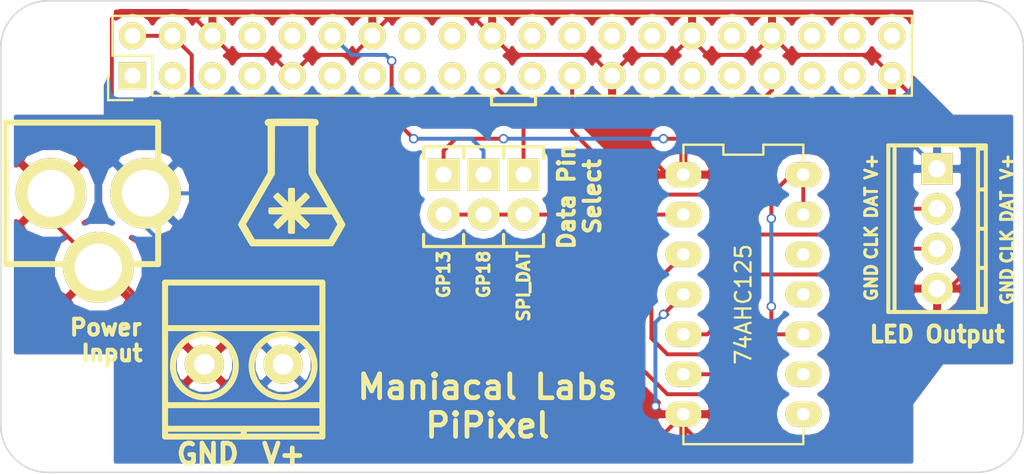
<source format=kicad_pcb>
(kicad_pcb (version 20171130) (host pcbnew "(5.1.2)-2")

  (general
    (thickness 1.6)
    (drawings 48)
    (tracks 142)
    (zones 0)
    (modules 13)
    (nets 41)
  )

  (page A4)
  (layers
    (0 F.Cu signal hide)
    (31 B.Cu signal hide)
    (34 B.Paste user)
    (35 F.Paste user)
    (36 B.SilkS user)
    (37 F.SilkS user)
    (38 B.Mask user)
    (39 F.Mask user)
    (40 Dwgs.User user)
    (41 Cmts.User user)
    (44 Edge.Cuts user)
    (48 B.Fab user)
    (49 F.Fab user)
  )

  (setup
    (last_trace_width 0.25)
    (user_trace_width 0.01)
    (user_trace_width 0.02)
    (user_trace_width 0.05)
    (user_trace_width 0.1)
    (user_trace_width 0.2)
    (trace_clearance 0.2)
    (zone_clearance 0.508)
    (zone_45_only no)
    (trace_min 0.01)
    (via_size 0.6)
    (via_drill 0.4)
    (via_min_size 0.4)
    (via_min_drill 0.3)
    (uvia_size 0.3)
    (uvia_drill 0.1)
    (uvias_allowed no)
    (uvia_min_size 0.2)
    (uvia_min_drill 0.1)
    (edge_width 0.1)
    (segment_width 0.2)
    (pcb_text_width 0.3)
    (pcb_text_size 1.5 1.5)
    (mod_edge_width 0.15)
    (mod_text_size 1 1)
    (mod_text_width 0.15)
    (pad_size 2.75 2.75)
    (pad_drill 2.75)
    (pad_to_mask_clearance 0)
    (aux_axis_origin 0 0)
    (visible_elements 7FFFFF7F)
    (pcbplotparams
      (layerselection 0x01330_80000001)
      (usegerberextensions false)
      (usegerberattributes false)
      (usegerberadvancedattributes false)
      (creategerberjobfile false)
      (excludeedgelayer true)
      (linewidth 0.100000)
      (plotframeref false)
      (viasonmask false)
      (mode 1)
      (useauxorigin false)
      (hpglpennumber 1)
      (hpglpenspeed 20)
      (hpglpendiameter 15.000000)
      (psnegative false)
      (psa4output false)
      (plotreference true)
      (plotvalue true)
      (plotinvisibletext false)
      (padsonsilk false)
      (subtractmaskfromsilk false)
      (outputformat 1)
      (mirror false)
      (drillshape 0)
      (scaleselection 1)
      (outputdirectory "gerber/"))
  )

  (net 0 "")
  (net 1 "Net-(J1-Pad36)")
  (net 2 "Net-(J1-Pad40)")
  (net 3 "Net-(J1-Pad38)")
  (net 4 "Net-(J1-Pad24)")
  (net 5 "Net-(J1-Pad22)")
  (net 6 "Net-(J1-Pad32)")
  (net 7 "Net-(J1-Pad28)")
  (net 8 "Net-(J1-Pad26)")
  (net 9 "Net-(J1-Pad10)")
  (net 10 "Net-(J1-Pad16)")
  (net 11 "Net-(J1-Pad8)")
  (net 12 "Net-(J1-Pad37)")
  (net 13 "Net-(J1-Pad35)")
  (net 14 "Net-(J1-Pad27)")
  (net 15 "Net-(J1-Pad29)")
  (net 16 "Net-(J1-Pad31)")
  (net 17 "Net-(J1-Pad21)")
  (net 18 "Net-(J1-Pad17)")
  (net 19 "Net-(J1-Pad3)")
  (net 20 "Net-(J1-Pad1)")
  (net 21 "Net-(J1-Pad5)")
  (net 22 "Net-(J1-Pad7)")
  (net 23 "Net-(J1-Pad15)")
  (net 24 "Net-(J1-Pad11)")
  (net 25 PWR)
  (net 26 GND)
  (net 27 5V)
  (net 28 PWM_13)
  (net 29 PWM_18)
  (net 30 MOSI)
  (net 31 CLK)
  (net 32 "Net-(JP1-Pad2)")
  (net 33 "Net-(P1-Pad2)")
  (net 34 "Net-(P1-Pad3)")
  (net 35 "Net-(U1-Pad8)")
  (net 36 "Net-(U1-Pad9)")
  (net 37 "Net-(U1-Pad11)")
  (net 38 "Net-(U1-Pad12)")
  (net 39 "Net-(J1-Pad13)")
  (net 40 "Net-(J1-Pad18)")

  (net_class Default "This is the default net class."
    (clearance 0.2)
    (trace_width 0.25)
    (via_dia 0.6)
    (via_drill 0.4)
    (uvia_dia 0.3)
    (uvia_drill 0.1)
    (add_net 5V)
    (add_net CLK)
    (add_net GND)
    (add_net MOSI)
    (add_net "Net-(J1-Pad1)")
    (add_net "Net-(J1-Pad10)")
    (add_net "Net-(J1-Pad11)")
    (add_net "Net-(J1-Pad13)")
    (add_net "Net-(J1-Pad15)")
    (add_net "Net-(J1-Pad16)")
    (add_net "Net-(J1-Pad17)")
    (add_net "Net-(J1-Pad18)")
    (add_net "Net-(J1-Pad21)")
    (add_net "Net-(J1-Pad22)")
    (add_net "Net-(J1-Pad24)")
    (add_net "Net-(J1-Pad26)")
    (add_net "Net-(J1-Pad27)")
    (add_net "Net-(J1-Pad28)")
    (add_net "Net-(J1-Pad29)")
    (add_net "Net-(J1-Pad3)")
    (add_net "Net-(J1-Pad31)")
    (add_net "Net-(J1-Pad32)")
    (add_net "Net-(J1-Pad35)")
    (add_net "Net-(J1-Pad36)")
    (add_net "Net-(J1-Pad37)")
    (add_net "Net-(J1-Pad38)")
    (add_net "Net-(J1-Pad40)")
    (add_net "Net-(J1-Pad5)")
    (add_net "Net-(J1-Pad7)")
    (add_net "Net-(J1-Pad8)")
    (add_net "Net-(JP1-Pad2)")
    (add_net "Net-(P1-Pad2)")
    (add_net "Net-(P1-Pad3)")
    (add_net "Net-(U1-Pad11)")
    (add_net "Net-(U1-Pad12)")
    (add_net "Net-(U1-Pad8)")
    (add_net "Net-(U1-Pad9)")
    (add_net PWM_13)
    (add_net PWM_18)
    (add_net PWR)
  )

  (module RPi_Hat:RPi_Hat_Mounting_Hole (layer F.Cu) (tedit 55217CCB) (tstamp 58B743A7)
    (at 16 51)
    (descr "Mounting hole, Befestigungsbohrung, 2,7mm, No Annular, Kein Restring,")
    (tags "Mounting hole, Befestigungsbohrung, 2,7mm, No Annular, Kein Restring,")
    (fp_text reference "" (at 0 -4.0005) (layer F.SilkS) hide
      (effects (font (size 1 1) (thickness 0.15)))
    )
    (fp_text value "" (at 0.09906 3.59918) (layer F.Fab) hide
      (effects (font (size 1 1) (thickness 0.15)))
    )
    (fp_circle (center 0 0) (end 1.375 0) (layer F.Fab) (width 0.15))
    (fp_circle (center 0 0) (end 3.1 0) (layer F.Fab) (width 0.15))
    (fp_circle (center 0 0) (end 3.1 0) (layer B.Fab) (width 0.15))
    (fp_circle (center 0 0) (end 1.375 0) (layer B.Fab) (width 0.15))
    (fp_circle (center 0 0) (end 3.1 0) (layer F.CrtYd) (width 0.15))
    (fp_circle (center 0 0) (end 3.1 0) (layer B.CrtYd) (width 0.15))
    (pad "" np_thru_hole circle (at 0 0) (size 2.75 2.75) (drill 2.75) (layers *.Cu *.Mask)
      (solder_mask_margin 1.725) (clearance 1.725))
  )

  (module RPi_Hat:Pin_Header_Straight_2x20 (layer F.Cu) (tedit 5945D141) (tstamp 5516AEA0)
    (at 45 28 90)
    (descr "Through hole pin header")
    (tags "pin header")
    (path /5516AE26)
    (fp_text reference J1 (at -5 -21 180) (layer F.SilkS) hide
      (effects (font (size 1 1) (thickness 0.15)))
    )
    (fp_text value RPi_GPIO (at -1.27 -27.23 90) (layer F.Fab) hide
      (effects (font (size 1 1) (thickness 0.15)))
    )
    (fp_line (start -3.02 -25.88) (end -3.02 25.92) (layer F.CrtYd) (width 0.05))
    (fp_line (start 3.03 -25.88) (end 3.03 25.92) (layer F.CrtYd) (width 0.05))
    (fp_line (start -3.02 -25.88) (end 3.03 -25.88) (layer F.CrtYd) (width 0.05))
    (fp_line (start -3.02 25.92) (end 3.03 25.92) (layer F.CrtYd) (width 0.05))
    (fp_line (start 2.54 25.4) (end 2.54 -25.4) (layer F.SilkS) (width 0.15))
    (fp_line (start -2.54 -22.86) (end -2.54 25.4) (layer F.SilkS) (width 0.15))
    (fp_line (start 2.54 25.4) (end -2.54 25.4) (layer F.SilkS) (width 0.15))
    (fp_line (start 2.54 -25.4) (end 0 -25.4) (layer F.SilkS) (width 0.15))
    (fp_line (start -1.27 -25.68) (end -2.82 -25.68) (layer F.SilkS) (width 0.15))
    (fp_line (start 0 -25.4) (end 0 -22.86) (layer F.SilkS) (width 0.15))
    (fp_line (start 0 -22.86) (end -2.54 -22.86) (layer F.SilkS) (width 0.15))
    (fp_line (start -2.82 -25.68) (end -2.82 -24.13) (layer F.SilkS) (width 0.15))
    (pad 1 thru_hole rect (at -1.27 -24.13 90) (size 1.7272 1.7272) (drill 1.016) (layers *.Cu *.Mask F.SilkS)
      (net 20 "Net-(J1-Pad1)"))
    (pad 2 thru_hole oval (at 1.27 -24.13 90) (size 1.7272 1.7272) (drill 1.016) (layers *.Cu *.Mask F.SilkS)
      (net 27 5V))
    (pad 3 thru_hole oval (at -1.27 -21.59 90) (size 1.7272 1.7272) (drill 1.016) (layers *.Cu *.Mask F.SilkS)
      (net 19 "Net-(J1-Pad3)"))
    (pad 4 thru_hole oval (at 1.27 -21.59 90) (size 1.7272 1.7272) (drill 1.016) (layers *.Cu *.Mask F.SilkS)
      (net 27 5V))
    (pad 5 thru_hole oval (at -1.27 -19.05 90) (size 1.7272 1.7272) (drill 1.016) (layers *.Cu *.Mask F.SilkS)
      (net 21 "Net-(J1-Pad5)"))
    (pad 6 thru_hole oval (at 1.27 -19.05 90) (size 1.7272 1.7272) (drill 1.016) (layers *.Cu *.Mask F.SilkS)
      (net 26 GND))
    (pad 7 thru_hole oval (at -1.27 -16.51 90) (size 1.7272 1.7272) (drill 1.016) (layers *.Cu *.Mask F.SilkS)
      (net 22 "Net-(J1-Pad7)"))
    (pad 8 thru_hole oval (at 1.27 -16.51 90) (size 1.7272 1.7272) (drill 1.016) (layers *.Cu *.Mask F.SilkS)
      (net 11 "Net-(J1-Pad8)"))
    (pad 9 thru_hole oval (at -1.27 -13.97 90) (size 1.7272 1.7272) (drill 1.016) (layers *.Cu *.Mask F.SilkS)
      (net 26 GND))
    (pad 10 thru_hole oval (at 1.27 -13.97 90) (size 1.7272 1.7272) (drill 1.016) (layers *.Cu *.Mask F.SilkS)
      (net 9 "Net-(J1-Pad10)"))
    (pad 11 thru_hole oval (at -1.27 -11.43 90) (size 1.7272 1.7272) (drill 1.016) (layers *.Cu *.Mask F.SilkS)
      (net 24 "Net-(J1-Pad11)"))
    (pad 12 thru_hole oval (at 1.27 -11.43 90) (size 1.7272 1.7272) (drill 1.016) (layers *.Cu *.Mask F.SilkS)
      (net 29 PWM_18))
    (pad 13 thru_hole oval (at -1.27 -8.89 90) (size 1.7272 1.7272) (drill 1.016) (layers *.Cu *.Mask F.SilkS)
      (net 39 "Net-(J1-Pad13)"))
    (pad 14 thru_hole oval (at 1.27 -8.89 90) (size 1.7272 1.7272) (drill 1.016) (layers *.Cu *.Mask F.SilkS)
      (net 26 GND))
    (pad 15 thru_hole oval (at -1.27 -6.35 90) (size 1.7272 1.7272) (drill 1.016) (layers *.Cu *.Mask F.SilkS)
      (net 23 "Net-(J1-Pad15)"))
    (pad 16 thru_hole oval (at 1.27 -6.35 90) (size 1.7272 1.7272) (drill 1.016) (layers *.Cu *.Mask F.SilkS)
      (net 10 "Net-(J1-Pad16)"))
    (pad 17 thru_hole oval (at -1.27 -3.81 90) (size 1.7272 1.7272) (drill 1.016) (layers *.Cu *.Mask F.SilkS)
      (net 18 "Net-(J1-Pad17)"))
    (pad 18 thru_hole oval (at 1.27 -3.81 90) (size 1.7272 1.7272) (drill 1.016) (layers *.Cu *.Mask F.SilkS)
      (net 40 "Net-(J1-Pad18)"))
    (pad 19 thru_hole oval (at -1.27 -1.27 90) (size 1.7272 1.7272) (drill 1.016) (layers *.Cu *.Mask F.SilkS)
      (net 30 MOSI))
    (pad 20 thru_hole oval (at 1.27 -1.27 90) (size 1.7272 1.7272) (drill 1.016) (layers *.Cu *.Mask F.SilkS)
      (net 26 GND))
    (pad 21 thru_hole oval (at -1.27 1.27 90) (size 1.7272 1.7272) (drill 1.016) (layers *.Cu *.Mask F.SilkS)
      (net 17 "Net-(J1-Pad21)"))
    (pad 22 thru_hole oval (at 1.27 1.27 90) (size 1.7272 1.7272) (drill 1.016) (layers *.Cu *.Mask F.SilkS)
      (net 5 "Net-(J1-Pad22)"))
    (pad 23 thru_hole oval (at -1.27 3.81 90) (size 1.7272 1.7272) (drill 1.016) (layers *.Cu *.Mask F.SilkS)
      (net 31 CLK))
    (pad 24 thru_hole oval (at 1.27 3.81 90) (size 1.7272 1.7272) (drill 1.016) (layers *.Cu *.Mask F.SilkS)
      (net 4 "Net-(J1-Pad24)"))
    (pad 25 thru_hole oval (at -1.27 6.35 90) (size 1.7272 1.7272) (drill 1.016) (layers *.Cu *.Mask F.SilkS)
      (net 26 GND))
    (pad 26 thru_hole oval (at 1.27 6.35 90) (size 1.7272 1.7272) (drill 1.016) (layers *.Cu *.Mask F.SilkS)
      (net 8 "Net-(J1-Pad26)"))
    (pad 27 thru_hole oval (at -1.27 8.89 90) (size 1.7272 1.7272) (drill 1.016) (layers *.Cu *.Mask F.SilkS)
      (net 14 "Net-(J1-Pad27)"))
    (pad 28 thru_hole oval (at 1.27 8.89 90) (size 1.7272 1.7272) (drill 1.016) (layers *.Cu *.Mask F.SilkS)
      (net 7 "Net-(J1-Pad28)"))
    (pad 29 thru_hole oval (at -1.27 11.43 90) (size 1.7272 1.7272) (drill 1.016) (layers *.Cu *.Mask F.SilkS)
      (net 15 "Net-(J1-Pad29)"))
    (pad 30 thru_hole oval (at 1.27 11.43 90) (size 1.7272 1.7272) (drill 1.016) (layers *.Cu *.Mask F.SilkS)
      (net 26 GND))
    (pad 31 thru_hole oval (at -1.27 13.97 90) (size 1.7272 1.7272) (drill 1.016) (layers *.Cu *.Mask F.SilkS)
      (net 16 "Net-(J1-Pad31)"))
    (pad 32 thru_hole oval (at 1.27 13.97 90) (size 1.7272 1.7272) (drill 1.016) (layers *.Cu *.Mask F.SilkS)
      (net 6 "Net-(J1-Pad32)"))
    (pad 33 thru_hole oval (at -1.27 16.51 90) (size 1.7272 1.7272) (drill 1.016) (layers *.Cu *.Mask F.SilkS)
      (net 28 PWM_13))
    (pad 34 thru_hole oval (at 1.27 16.51 90) (size 1.7272 1.7272) (drill 1.016) (layers *.Cu *.Mask F.SilkS)
      (net 26 GND))
    (pad 35 thru_hole oval (at -1.27 19.05 90) (size 1.7272 1.7272) (drill 1.016) (layers *.Cu *.Mask F.SilkS)
      (net 13 "Net-(J1-Pad35)"))
    (pad 36 thru_hole oval (at 1.27 19.05 90) (size 1.7272 1.7272) (drill 1.016) (layers *.Cu *.Mask F.SilkS)
      (net 1 "Net-(J1-Pad36)"))
    (pad 37 thru_hole oval (at -1.27 21.59 90) (size 1.7272 1.7272) (drill 1.016) (layers *.Cu *.Mask F.SilkS)
      (net 12 "Net-(J1-Pad37)"))
    (pad 38 thru_hole oval (at 1.27 21.59 90) (size 1.7272 1.7272) (drill 1.016) (layers *.Cu *.Mask F.SilkS)
      (net 3 "Net-(J1-Pad38)"))
    (pad 39 thru_hole oval (at -1.27 24.13 90) (size 1.7272 1.7272) (drill 1.016) (layers *.Cu *.Mask F.SilkS)
      (net 26 GND))
    (pad 40 thru_hole oval (at 1.27 24.13 90) (size 1.7272 1.7272) (drill 1.016) (layers *.Cu *.Mask F.SilkS)
      (net 2 "Net-(J1-Pad40)"))
    (model ${KISYS3DMOD}/Connector_PinSocket_2.54mm.3dshapes/PinSocket_2x20_P2.54mm_Vertical.step
      (offset (xyz -1.27 24.13 -1.778))
      (scale (xyz 1 1 1))
      (rotate (xyz 0 180 0))
    )
  )

  (module RPi_Hat:RPi_Hat_Mounting_Hole (layer F.Cu) (tedit 55217C7B) (tstamp 5515DEA9)
    (at 74 28)
    (descr "Mounting hole, Befestigungsbohrung, 2,7mm, No Annular, Kein Restring,")
    (tags "Mounting hole, Befestigungsbohrung, 2,7mm, No Annular, Kein Restring,")
    (fp_text reference "" (at 0 -4.0005) (layer F.SilkS) hide
      (effects (font (size 1 1) (thickness 0.15)))
    )
    (fp_text value "" (at 0.09906 3.59918) (layer F.Fab) hide
      (effects (font (size 1 1) (thickness 0.15)))
    )
    (fp_circle (center 0 0) (end 1.375 0) (layer F.Fab) (width 0.15))
    (fp_circle (center 0 0) (end 3.1 0) (layer F.Fab) (width 0.15))
    (fp_circle (center 0 0) (end 3.1 0) (layer B.Fab) (width 0.15))
    (fp_circle (center 0 0) (end 1.375 0) (layer B.Fab) (width 0.15))
    (fp_circle (center 0 0) (end 3.1 0) (layer F.CrtYd) (width 0.15))
    (fp_circle (center 0 0) (end 3.1 0) (layer B.CrtYd) (width 0.15))
    (pad "" np_thru_hole circle (at 0 0) (size 2.75 2.75) (drill 2.75) (layers *.Cu *.Mask)
      (solder_mask_margin 1.725) (clearance 1.725))
  )

  (module RPi_Hat:RPi_Hat_Mounting_Hole (layer F.Cu) (tedit 55217CCB) (tstamp 55169DC9)
    (at 74 51)
    (descr "Mounting hole, Befestigungsbohrung, 2,7mm, No Annular, Kein Restring,")
    (tags "Mounting hole, Befestigungsbohrung, 2,7mm, No Annular, Kein Restring,")
    (fp_text reference "" (at 0 -4.0005) (layer F.SilkS) hide
      (effects (font (size 1 1) (thickness 0.15)))
    )
    (fp_text value "" (at 0.09906 3.59918) (layer F.Fab) hide
      (effects (font (size 1 1) (thickness 0.15)))
    )
    (fp_circle (center 0 0) (end 1.375 0) (layer F.Fab) (width 0.15))
    (fp_circle (center 0 0) (end 3.1 0) (layer F.Fab) (width 0.15))
    (fp_circle (center 0 0) (end 3.1 0) (layer B.Fab) (width 0.15))
    (fp_circle (center 0 0) (end 1.375 0) (layer B.Fab) (width 0.15))
    (fp_circle (center 0 0) (end 3.1 0) (layer F.CrtYd) (width 0.15))
    (fp_circle (center 0 0) (end 3.1 0) (layer B.CrtYd) (width 0.15))
    (pad "" np_thru_hole circle (at 0 0) (size 2.75 2.75) (drill 2.75) (layers *.Cu *.Mask)
      (solder_mask_margin 1.725) (clearance 1.725))
  )

  (module RPi_Hat:RPi_Hat_Mounting_Hole (layer F.Cu) (tedit 55217CA2) (tstamp 5515DEBF)
    (at 16 28)
    (descr "Mounting hole, Befestigungsbohrung, 2,7mm, No Annular, Kein Restring,")
    (tags "Mounting hole, Befestigungsbohrung, 2,7mm, No Annular, Kein Restring,")
    (fp_text reference "" (at 0 -4.0005) (layer F.SilkS) hide
      (effects (font (size 1 1) (thickness 0.15)))
    )
    (fp_text value "" (at 0.09906 3.59918) (layer F.Fab) hide
      (effects (font (size 1 1) (thickness 0.15)))
    )
    (fp_circle (center 0 0) (end 1.375 0) (layer F.Fab) (width 0.15))
    (fp_circle (center 0 0) (end 3.1 0) (layer F.Fab) (width 0.15))
    (fp_circle (center 0 0) (end 3.1 0) (layer B.Fab) (width 0.15))
    (fp_circle (center 0 0) (end 1.375 0) (layer B.Fab) (width 0.15))
    (fp_circle (center 0 0) (end 3.1 0) (layer F.CrtYd) (width 0.15))
    (fp_circle (center 0 0) (end 3.1 0) (layer B.CrtYd) (width 0.15))
    (pad "" np_thru_hole circle (at 0 0) (size 2.75 2.75) (drill 2.75) (layers *.Cu *.Mask)
      (solder_mask_margin 1.725) (clearance 1.725))
  )

  (module APM_BarrelJack:ML_BARREL_JACK_ROUND_PADS_SHORT (layer F.Cu) (tedit 53D503A9) (tstamp 5945D013)
    (at 15.5 36.75)
    (descr "DC Barrel Jack")
    (tags "Power Jack")
    (path /59453B45)
    (fp_text reference CON1 (at 10.09904 0 90) (layer F.SilkS) hide
      (effects (font (size 1.016 1.016) (thickness 0.2032)))
    )
    (fp_text value BARREL_JACK (at 0 -5.99948) (layer F.SilkS) hide
      (effects (font (size 1.016 1.016) (thickness 0.2032)))
    )
    (fp_line (start -2.7005 -4.50088) (end -2.7005 4.50088) (layer F.SilkS) (width 0.381))
    (fp_line (start -2.70062 4.50088) (end 7.00024 4.50088) (layer F.SilkS) (width 0.381))
    (fp_line (start 7.00024 4.50088) (end 7.00024 -4.50088) (layer F.SilkS) (width 0.381))
    (fp_line (start 7.00024 -4.50088) (end -2.70062 -4.50088) (layer F.SilkS) (width 0.381))
    (pad 1 thru_hole circle (at 6.20014 0) (size 4.5 4.5) (drill 2.99974) (layers *.Cu *.Mask F.SilkS)
      (net 25 PWR))
    (pad 2 thru_hole circle (at 0.20066 0) (size 4.5 4.5) (drill 2.99974) (layers *.Cu *.Mask F.SilkS)
      (net 26 GND))
    (pad 3 thru_hole circle (at 3.2004 4.699) (size 4.5 4.5) (drill 2.99974) (layers *.Cu *.Mask F.SilkS)
      (net 26 GND))
    (model ${KIPRJMOD}/libs/CAD.3dshapes/CUI_PJ-202AH.step
      (offset (xyz -7.62 0 6.35))
      (scale (xyz 1 1 1))
      (rotate (xyz -90 0 180))
    )
  )

  (module w_conn_mkds:mkds_1,5-2 (layer F.Cu) (tedit 5945D12D) (tstamp 5945D033)
    (at 27.94 47.625)
    (descr "2-way 5mm pitch terminal block, Phoenix MKDS series")
    (path /59453D07)
    (fp_text reference P2 (at 0 -6.6) (layer F.SilkS) hide
      (effects (font (size 1.5 1.5) (thickness 0.3)))
    )
    (fp_text value CONN_01X02 (at 0 5.9) (layer F.SilkS) hide
      (effects (font (size 1.5 1.5) (thickness 0.3)))
    )
    (fp_line (start 0 4.1) (end 0 4.6) (layer F.SilkS) (width 0.381))
    (fp_circle (center 2.5 0.1) (end 0.5 0.1) (layer F.SilkS) (width 0.381))
    (fp_circle (center -2.5 0.1) (end -0.5 0.1) (layer F.SilkS) (width 0.381))
    (fp_line (start -5 2.6) (end 5 2.6) (layer F.SilkS) (width 0.381))
    (fp_line (start -5 -2.3) (end 5 -2.3) (layer F.SilkS) (width 0.381))
    (fp_line (start -5 4.1) (end 5 4.1) (layer F.SilkS) (width 0.381))
    (fp_line (start -5 4.6) (end 5 4.6) (layer F.SilkS) (width 0.381))
    (fp_line (start 5 4.6) (end 5 -5.2) (layer F.SilkS) (width 0.381))
    (fp_line (start 5 -5.2) (end -5 -5.2) (layer F.SilkS) (width 0.381))
    (fp_line (start -5 -5.2) (end -5 4.6) (layer F.SilkS) (width 0.381))
    (pad 1 thru_hole circle (at -2.5 0) (size 2.5 2.5) (drill 1.3) (layers *.Cu *.Mask F.SilkS)
      (net 26 GND))
    (pad 2 thru_hole circle (at 2.5 0) (size 2.5 2.5) (drill 1.3) (layers *.Cu *.Mask F.SilkS)
      (net 25 PWR))
    (model ${KIPRJMOD}/libs/CAD.3dshapes/1716020000.stp
      (offset (xyz -5.08 5.08 -3.81))
      (scale (xyz 1 1 1))
      (rotate (xyz -90 0 0))
    )
  )

  (module w_conn_mpt:mpt_0,5%2f4-2,54 (layer F.Cu) (tedit 5945D0CE) (tstamp 5945D02D)
    (at 72 39 90)
    (descr "4-way 2.54mm pitch terminal block, Phoenix MPT series")
    (path /5945246A)
    (fp_text reference P1 (at 0 -4.50088 90) (layer F.SilkS) hide
      (effects (font (size 1.524 1.524) (thickness 0.3048)))
    )
    (fp_text value CONN_01X04 (at 0 4.50088 90) (layer F.SilkS) hide
      (effects (font (size 1.524 1.524) (thickness 0.3048)))
    )
    (fp_line (start 5.30098 -3.0988) (end -5.30098 -3.0988) (layer F.SilkS) (width 0.254))
    (fp_line (start -5.30098 -2.70002) (end 5.30098 -2.70002) (layer F.SilkS) (width 0.254))
    (fp_line (start -5.30098 2.60096) (end 5.30098 2.60096) (layer F.SilkS) (width 0.254))
    (fp_line (start 5.30098 3.0988) (end -5.30098 3.0988) (layer F.SilkS) (width 0.254))
    (fp_line (start 2.49682 2.60096) (end 2.49682 3.0988) (layer F.SilkS) (width 0.254))
    (fp_line (start 0 2.60096) (end 0 3.0988) (layer F.SilkS) (width 0.254))
    (fp_line (start -5.09778 3.0988) (end -5.09778 2.60096) (layer F.SilkS) (width 0.254))
    (fp_line (start 5.10032 2.60096) (end 5.10032 3.0988) (layer F.SilkS) (width 0.254))
    (fp_line (start -2.49682 3.0988) (end -2.49682 2.60096) (layer F.SilkS) (width 0.254))
    (fp_line (start 5.29844 3.0988) (end 5.29844 -3.0988) (layer F.SilkS) (width 0.254))
    (fp_line (start -5.2959 -3.0988) (end -5.2959 3.0988) (layer F.SilkS) (width 0.254))
    (pad 4 thru_hole oval (at -3.81 0 90) (size 1.99898 1.99898) (drill 1.09728) (layers *.Cu *.Mask F.SilkS)
      (net 26 GND))
    (pad 1 thru_hole rect (at 3.81 0 90) (size 1.99898 1.99898) (drill 1.09728) (layers *.Cu *.Mask F.SilkS)
      (net 25 PWR))
    (pad 2 thru_hole oval (at 1.27 0 90) (size 1.99898 1.99898) (drill 1.09728) (layers *.Cu *.Mask F.SilkS)
      (net 33 "Net-(P1-Pad2)"))
    (pad 3 thru_hole oval (at -1.27 0 90) (size 1.99898 1.99898) (drill 1.09728) (layers *.Cu *.Mask F.SilkS)
      (net 34 "Net-(P1-Pad3)"))
    (model ${KIPRJMOD}/libs/CAD.3dshapes/4PinTerminalBlock.step
      (offset (xyz 0 -3.175 3.048))
      (scale (xyz 1 1 1))
      (rotate (xyz -90 0 0))
    )
  )

  (module Custom:small_jump (layer F.Cu) (tedit 5945D18E) (tstamp 5945D019)
    (at 45.72 35.56 270)
    (descr small_jump)
    (tags "socket strip")
    (path /59452672)
    (fp_text reference JP1 (at 0 -5.1 270) (layer F.SilkS) hide
      (effects (font (size 1 1) (thickness 0.15)))
    )
    (fp_text value Jumper_NC_Small (at 0 -3.1 270) (layer F.Fab) hide
      (effects (font (size 1 1) (thickness 0.15)))
    )
    (fp_line (start -1.75 -1.75) (end -1.75 1.75) (layer F.CrtYd) (width 0.05))
    (fp_line (start 4.3 -1.75) (end 4.3 1.75) (layer F.CrtYd) (width 0.05))
    (fp_line (start -1.75 -1.75) (end 4.3 -1.75) (layer F.CrtYd) (width 0.05))
    (fp_line (start -1.75 1.75) (end 4.3 1.75) (layer F.CrtYd) (width 0.05))
    (pad 1 thru_hole rect (at 0 0 270) (size 2.032 2.032) (drill 1.016) (layers *.Cu *.Mask F.SilkS)
      (net 30 MOSI))
    (pad 2 thru_hole oval (at 2.54 0 270) (size 2.032 2.032) (drill 1.016) (layers *.Cu *.Mask F.SilkS)
      (net 32 "Net-(JP1-Pad2)"))
    (model ${KISYS3DMOD}/Connector_PinHeader_2.54mm.3dshapes/PinHeader_1x02_P2.54mm_Vertical.step
      (offset (xyz 2.54 0 0))
      (scale (xyz 1 1 1))
      (rotate (xyz 0 0 90))
    )
  )

  (module Custom:small_jump (layer F.Cu) (tedit 5945D18E) (tstamp 5945D025)
    (at 40.64 35.56 270)
    (descr small_jump)
    (tags "socket strip")
    (path /59452722)
    (fp_text reference JP3 (at 0 -5.1 270) (layer F.SilkS) hide
      (effects (font (size 1 1) (thickness 0.15)))
    )
    (fp_text value Jumper_NO_Small (at 0 -3.1 270) (layer F.Fab) hide
      (effects (font (size 1 1) (thickness 0.15)))
    )
    (fp_line (start -1.75 -1.75) (end -1.75 1.75) (layer F.CrtYd) (width 0.05))
    (fp_line (start 4.3 -1.75) (end 4.3 1.75) (layer F.CrtYd) (width 0.05))
    (fp_line (start -1.75 -1.75) (end 4.3 -1.75) (layer F.CrtYd) (width 0.05))
    (fp_line (start -1.75 1.75) (end 4.3 1.75) (layer F.CrtYd) (width 0.05))
    (pad 1 thru_hole rect (at 0 0 270) (size 2.032 2.032) (drill 1.016) (layers *.Cu *.Mask F.SilkS)
      (net 28 PWM_13))
    (pad 2 thru_hole oval (at 2.54 0 270) (size 2.032 2.032) (drill 1.016) (layers *.Cu *.Mask F.SilkS)
      (net 32 "Net-(JP1-Pad2)"))
    (model ${KISYS3DMOD}/Connector_PinHeader_2.54mm.3dshapes/PinHeader_1x02_P2.54mm_Vertical.step
      (offset (xyz 2.54 0 0))
      (scale (xyz 1 1 1))
      (rotate (xyz 0 0 90))
    )
  )

  (module Custom:small_jump (layer F.Cu) (tedit 5945D18E) (tstamp 5945D01F)
    (at 43.18 35.56 270)
    (descr small_jump)
    (tags "socket strip")
    (path /5945269F)
    (fp_text reference JP2 (at 0 -5.1 270) (layer F.SilkS) hide
      (effects (font (size 1 1) (thickness 0.15)))
    )
    (fp_text value Jumper_NO_Small (at 0 -3.1 270) (layer F.Fab) hide
      (effects (font (size 1 1) (thickness 0.15)))
    )
    (fp_line (start -1.75 -1.75) (end -1.75 1.75) (layer F.CrtYd) (width 0.05))
    (fp_line (start 4.3 -1.75) (end 4.3 1.75) (layer F.CrtYd) (width 0.05))
    (fp_line (start -1.75 -1.75) (end 4.3 -1.75) (layer F.CrtYd) (width 0.05))
    (fp_line (start -1.75 1.75) (end 4.3 1.75) (layer F.CrtYd) (width 0.05))
    (pad 1 thru_hole rect (at 0 0 270) (size 2.032 2.032) (drill 1.016) (layers *.Cu *.Mask F.SilkS)
      (net 29 PWM_18))
    (pad 2 thru_hole oval (at 2.54 0 270) (size 2.032 2.032) (drill 1.016) (layers *.Cu *.Mask F.SilkS)
      (net 32 "Net-(JP1-Pad2)"))
    (model ${KISYS3DMOD}/Connector_PinHeader_2.54mm.3dshapes/PinHeader_1x02_P2.54mm_Vertical.step
      (offset (xyz 2.54 0 0))
      (scale (xyz 1 1 1))
      (rotate (xyz 0 0 90))
    )
  )

  (module Custom:DIP_14 (layer F.Cu) (tedit 5945D330) (tstamp 5945D045)
    (at 55.88 35.56)
    (descr "14-lead dip package, row spacing 7.62 mm (300 mils), longer pads")
    (tags "dil dip 2.54 300")
    (path /594534EA)
    (fp_text reference U1 (at 3.81 -3.81) (layer F.SilkS) hide
      (effects (font (size 1 1) (thickness 0.15)))
    )
    (fp_text value 74AHC125 (at 3.81 8.255 90) (layer F.SilkS)
      (effects (font (size 1 1) (thickness 0.15)))
    )
    (fp_line (start 2.54 -1.905) (end 0 -1.905) (layer F.SilkS) (width 0.15))
    (fp_line (start 2.54 -1.905) (end 2.54 -1.27) (layer F.SilkS) (width 0.15))
    (fp_line (start 2.54 -1.27) (end 3.175 -1.27) (layer F.SilkS) (width 0.15))
    (fp_line (start 0 -0.635) (end 0 -1.905) (layer F.SilkS) (width 0.15))
    (fp_line (start 3.175 -1.27) (end 5.08 -1.27) (layer F.SilkS) (width 0.15))
    (fp_line (start 5.08 -1.27) (end 5.08 -1.905) (layer F.SilkS) (width 0.15))
    (fp_line (start 5.08 -1.905) (end 7.62 -1.905) (layer F.SilkS) (width 0.15))
    (fp_line (start 7.62 -1.905) (end 7.62 -0.635) (layer F.SilkS) (width 0.15))
    (fp_line (start 0 15.875) (end 0 17.145) (layer F.SilkS) (width 0.15))
    (fp_line (start 0 17.145) (end 7.62 17.145) (layer F.SilkS) (width 0.15))
    (fp_line (start 7.62 17.145) (end 7.62 15.875) (layer F.SilkS) (width 0.15))
    (fp_line (start -1.4 -2.45) (end -1.4 17.7) (layer F.CrtYd) (width 0.05))
    (fp_line (start 9 -2.45) (end 9 17.7) (layer F.CrtYd) (width 0.05))
    (fp_line (start -1.4 -2.45) (end 9 -2.45) (layer F.CrtYd) (width 0.05))
    (fp_line (start -1.4 17.7) (end 9 17.7) (layer F.CrtYd) (width 0.05))
    (pad 1 thru_hole oval (at 0 0) (size 2.3 1.6) (drill 0.8) (layers *.Cu *.Mask F.SilkS)
      (net 26 GND))
    (pad 2 thru_hole oval (at 0 2.54) (size 2.3 1.6) (drill 0.8) (layers *.Cu *.Mask F.SilkS)
      (net 32 "Net-(JP1-Pad2)"))
    (pad 3 thru_hole oval (at 0 5.08) (size 2.3 1.6) (drill 0.8) (layers *.Cu *.Mask F.SilkS)
      (net 33 "Net-(P1-Pad2)"))
    (pad 4 thru_hole oval (at 0 7.62) (size 2.3 1.6) (drill 0.8) (layers *.Cu *.Mask F.SilkS)
      (net 26 GND))
    (pad 5 thru_hole oval (at 0 10.16) (size 2.3 1.6) (drill 0.8) (layers *.Cu *.Mask F.SilkS)
      (net 31 CLK))
    (pad 6 thru_hole oval (at 0 12.7) (size 2.3 1.6) (drill 0.8) (layers *.Cu *.Mask F.SilkS)
      (net 34 "Net-(P1-Pad3)"))
    (pad 7 thru_hole oval (at 0 15.24) (size 2.3 1.6) (drill 0.8) (layers *.Cu *.Mask F.SilkS)
      (net 26 GND))
    (pad 8 thru_hole oval (at 7.62 15.24) (size 2.3 1.6) (drill 0.8) (layers *.Cu *.Mask F.SilkS)
      (net 35 "Net-(U1-Pad8)"))
    (pad 9 thru_hole oval (at 7.62 12.7) (size 2.3 1.6) (drill 0.8) (layers *.Cu *.Mask F.SilkS)
      (net 36 "Net-(U1-Pad9)"))
    (pad 10 thru_hole oval (at 7.62 10.16) (size 2.3 1.6) (drill 0.8) (layers *.Cu *.Mask F.SilkS)
      (net 27 5V))
    (pad 11 thru_hole oval (at 7.62 7.62) (size 2.3 1.6) (drill 0.8) (layers *.Cu *.Mask F.SilkS)
      (net 37 "Net-(U1-Pad11)"))
    (pad 12 thru_hole oval (at 7.62 5.08) (size 2.3 1.6) (drill 0.8) (layers *.Cu *.Mask F.SilkS)
      (net 38 "Net-(U1-Pad12)"))
    (pad 13 thru_hole oval (at 7.62 2.54) (size 2.3 1.6) (drill 0.8) (layers *.Cu *.Mask F.SilkS)
      (net 27 5V))
    (pad 14 thru_hole oval (at 7.62 0) (size 2.3 1.6) (drill 0.8) (layers *.Cu *.Mask F.SilkS)
      (net 27 5V))
    (model ${KISYS3DMOD}/Package_DIP.3dshapes/DIP-14_W7.62mm.step
      (at (xyz 0 0 0))
      (scale (xyz 1 1 1))
      (rotate (xyz 0 0 0))
    )
  )

  (module LOGOS:logo_MLlabs_small (layer F.Cu) (tedit 0) (tstamp 5945DD17)
    (at 30.988 36.068)
    (fp_text reference G*** (at 0 0) (layer F.SilkS) hide
      (effects (font (size 1.524 1.524) (thickness 0.3)))
    )
    (fp_text value LOGO (at 0.75 0) (layer F.SilkS) hide
      (effects (font (size 1.524 1.524) (thickness 0.3)))
    )
    (fp_poly (pts (xy 0.280132 -4.064859) (xy 0.46933 -4.064296) (xy 0.651803 -4.063447) (xy 0.824802 -4.062307)
      (xy 0.98558 -4.060879) (xy 1.131388 -4.059163) (xy 1.259478 -4.057157) (xy 1.367101 -4.054863)
      (xy 1.451511 -4.052281) (xy 1.509958 -4.049409) (xy 1.539694 -4.046249) (xy 1.541045 -4.045899)
      (xy 1.61465 -4.010199) (xy 1.668272 -3.957046) (xy 1.701256 -3.892418) (xy 1.712948 -3.822294)
      (xy 1.702692 -3.752654) (xy 1.669833 -3.689475) (xy 1.613717 -3.638736) (xy 1.587218 -3.624447)
      (xy 1.524819 -3.595688) (xy 1.524409 -2.113859) (xy 1.524 -0.632031) (xy 1.951194 0.108641)
      (xy 2.041737 0.265615) (xy 2.144897 0.444444) (xy 2.257416 0.639483) (xy 2.376038 0.84509)
      (xy 2.497507 1.05562) (xy 2.618568 1.265429) (xy 2.735963 1.468874) (xy 2.846437 1.660312)
      (xy 2.895756 1.74577) (xy 2.984967 1.900722) (xy 3.069309 2.047946) (xy 3.147458 2.185082)
      (xy 3.218089 2.309771) (xy 3.279877 2.419652) (xy 3.331497 2.512365) (xy 3.371624 2.585552)
      (xy 3.398934 2.636852) (xy 3.412102 2.663905) (xy 3.413125 2.667254) (xy 3.405259 2.687854)
      (xy 3.382954 2.73233) (xy 3.348145 2.797359) (xy 3.302767 2.879615) (xy 3.248756 2.975774)
      (xy 3.188047 3.082511) (xy 3.122577 3.196503) (xy 3.054279 3.314423) (xy 2.985091 3.432948)
      (xy 2.916948 3.548754) (xy 2.851784 3.658515) (xy 2.791537 3.758906) (xy 2.738141 3.846605)
      (xy 2.693532 3.918285) (xy 2.659645 3.970622) (xy 2.638416 4.000292) (xy 2.634599 4.004468)
      (xy 2.587124 4.048125) (xy -2.587125 4.048125) (xy -2.6346 4.004468) (xy -2.651394 3.982746)
      (xy -2.681461 3.937288) (xy -2.722866 3.87142) (xy -2.773675 3.788466) (xy -2.83195 3.691753)
      (xy -2.895758 3.584605) (xy -2.963162 3.470346) (xy -3.032228 3.352303) (xy -3.101019 3.2338)
      (xy -3.1676 3.118163) (xy -3.230037 3.008717) (xy -3.286392 2.908786) (xy -3.334733 2.821695)
      (xy -3.373121 2.750771) (xy -3.399623 2.699338) (xy -3.412303 2.67072) (xy -3.413126 2.666933)
      (xy -3.406861 2.651738) (xy -2.908183 2.651738) (xy -2.633492 3.127681) (xy -2.358802 3.603625)
      (xy 2.358654 3.603625) (xy 2.633694 3.126873) (xy 2.908735 2.650121) (xy 2.800627 2.464091)
      (xy 2.752108 2.380084) (xy 2.701391 2.291405) (xy 2.654699 2.208982) (xy 2.620228 2.147315)
      (xy 2.547937 2.016567) (xy 0.532125 2.016125) (xy 0.827748 2.313781) (xy 0.907725 2.394852)
      (xy 0.980741 2.469905) (xy 1.043638 2.535609) (xy 1.093257 2.588634) (xy 1.12644 2.62565)
      (xy 1.139732 2.642697) (xy 1.147043 2.68023) (xy 1.134704 2.715316) (xy 1.109692 2.75107)
      (xy 1.069306 2.795828) (xy 1.020048 2.84377) (xy 0.96842 2.889074) (xy 0.920926 2.925919)
      (xy 0.884067 2.948484) (xy 0.86948 2.95275) (xy 0.847132 2.9422) (xy 0.805787 2.910232)
      (xy 0.744908 2.856363) (xy 0.66396 2.780114) (xy 0.562408 2.681002) (xy 0.52081 2.639741)
      (xy 0.206375 2.326732) (xy 0.206375 2.761522) (xy 0.206186 2.892308) (xy 0.20548 2.995011)
      (xy 0.204051 3.073296) (xy 0.201691 3.13083) (xy 0.198191 3.171276) (xy 0.193345 3.198301)
      (xy 0.186944 3.21557) (xy 0.180102 3.225343) (xy 0.163266 3.238829) (xy 0.137807 3.247459)
      (xy 0.097181 3.252237) (xy 0.034844 3.254165) (xy -0.009246 3.254375) (xy -0.082993 3.253988)
      (xy -0.131948 3.25182) (xy -0.163068 3.24636) (xy -0.18331 3.236094) (xy -0.19963 3.219512)
      (xy -0.205947 3.211627) (xy -0.216079 3.19762) (xy -0.223883 3.181895) (xy -0.229608 3.160501)
      (xy -0.233503 3.129484) (xy -0.235815 3.084892) (xy -0.236793 3.022771) (xy -0.236686 2.93917)
      (xy -0.235741 2.830136) (xy -0.23488 2.751238) (xy -0.233664 2.63983) (xy -0.232637 2.539621)
      (xy -0.231836 2.454754) (xy -0.2313 2.389372) (xy -0.231063 2.347619) (xy -0.231154 2.333611)
      (xy -0.242126 2.344389) (xy -0.272577 2.374776) (xy -0.319606 2.421863) (xy -0.380307 2.482739)
      (xy -0.451779 2.554496) (xy -0.531118 2.634225) (xy -0.532779 2.635894) (xy -0.614205 2.716741)
      (xy -0.690054 2.790133) (xy -0.75699 2.852994) (xy -0.811678 2.902247) (xy -0.850782 2.934816)
      (xy -0.870663 2.947556) (xy -0.891093 2.948152) (xy -0.915531 2.937567) (xy -0.948775 2.912398)
      (xy -0.995625 2.869244) (xy -1.033382 2.83219) (xy -1.095633 2.767657) (xy -1.135484 2.719575)
      (xy -1.155419 2.684681) (xy -1.158875 2.667521) (xy -1.153549 2.649558) (xy -1.136229 2.622344)
      (xy -1.10491 2.583608) (xy -1.057584 2.531079) (xy -0.992243 2.462484) (xy -0.90688 2.375551)
      (xy -0.853434 2.321867) (xy -0.547993 2.016125) (xy -0.975443 2.016125) (xy -1.114762 2.016235)
      (xy -1.225588 2.015593) (xy -1.311172 2.012739) (xy -1.374762 2.006213) (xy -1.419608 1.994556)
      (xy -1.44896 1.976308) (xy -1.466068 1.950009) (xy -1.47418 1.9142) (xy -1.476546 1.86742)
      (xy -1.476417 1.808211) (xy -1.476375 1.791107) (xy -1.476751 1.729737) (xy -1.475702 1.68098)
      (xy -1.469967 1.64339) (xy -1.456283 1.615522) (xy -1.431389 1.595933) (xy -1.392023 1.583178)
      (xy -1.334922 1.575811) (xy -1.256824 1.572388) (xy -1.154468 1.571465) (xy -1.024591 1.571596)
      (xy -0.980804 1.571625) (xy -0.548733 1.571625) (xy -0.861742 1.257189) (xy -0.951102 1.166371)
      (xy -1.028596 1.085517) (xy -1.091949 1.017128) (xy -1.138886 0.963706) (xy -1.167132 0.927753)
      (xy -1.17475 0.91299) (xy -1.163254 0.886392) (xy -1.132729 0.845976) (xy -1.089124 0.797523)
      (xy -1.038387 0.746817) (xy -0.986466 0.699641) (xy -0.93931 0.661778) (xy -0.902866 0.63901)
      (xy -0.888823 0.635) (xy -0.869893 0.641738) (xy -0.838933 0.663065) (xy -0.794064 0.700648)
      (xy -0.73341 0.756153) (xy -0.655092 0.831247) (xy -0.557233 0.927597) (xy -0.540655 0.944083)
      (xy -0.230188 1.253166) (xy -0.234866 0.828775) (xy -0.236547 0.690249) (xy -0.237206 0.580203)
      (xy -0.235349 0.495374) (xy -0.229485 0.432496) (xy -0.218121 0.388302) (xy -0.199764 0.359528)
      (xy -0.172922 0.342909) (xy -0.136103 0.335179) (xy -0.087814 0.333073) (xy -0.026564 0.333325)
      (xy -0.008454 0.333375) (xy 0.071777 0.334496) (xy 0.126137 0.338371) (xy 0.160445 0.345763)
      (xy 0.180519 0.357438) (xy 0.181428 0.358321) (xy 0.188921 0.369469) (xy 0.19478 0.38854)
      (xy 0.199198 0.419092) (xy 0.202365 0.464686) (xy 0.204473 0.528878) (xy 0.205714 0.61523)
      (xy 0.206279 0.727298) (xy 0.206375 0.822142) (xy 0.206375 1.261017) (xy 0.52081 0.948008)
      (xy 0.624977 0.84524) (xy 0.709018 0.764457) (xy 0.774393 0.704357) (xy 0.822558 0.663639)
      (xy 0.854973 0.641001) (xy 0.871435 0.635) (xy 0.90364 0.64705) (xy 0.951929 0.681515)
      (xy 1.011031 0.734218) (xy 1.077277 0.800807) (xy 1.120369 0.852289) (xy 1.142644 0.892492)
      (xy 1.146437 0.925242) (xy 1.139732 0.945052) (xy 1.124448 0.964412) (xy 1.089823 1.002842)
      (xy 1.039016 1.057013) (xy 0.975186 1.123594) (xy 0.901491 1.199256) (xy 0.827748 1.273968)
      (xy 0.532125 1.571625) (xy 2.288589 1.571625) (xy 2.257294 1.520031) (xy 2.222471 1.461823)
      (xy 2.176078 1.383049) (xy 2.119623 1.286349) (xy 2.054614 1.174365) (xy 1.982559 1.049736)
      (xy 1.904966 0.915105) (xy 1.823344 0.773113) (xy 1.739201 0.6264) (xy 1.654044 0.477608)
      (xy 1.569382 0.329378) (xy 1.486723 0.184351) (xy 1.407576 0.045167) (xy 1.333448 -0.085532)
      (xy 1.265847 -0.205104) (xy 1.206282 -0.31091) (xy 1.15626 -0.400307) (xy 1.117291 -0.470655)
      (xy 1.090882 -0.519312) (xy 1.07854 -0.543639) (xy 1.077896 -0.545341) (xy 1.075786 -0.56837)
      (xy 1.073779 -0.620989) (xy 1.071895 -0.701038) (xy 1.070154 -0.806357) (xy 1.068575 -0.934788)
      (xy 1.067179 -1.08417) (xy 1.065985 -1.252344) (xy 1.065013 -1.43715) (xy 1.064282 -1.636427)
      (xy 1.063814 -1.848017) (xy 1.063627 -2.06976) (xy 1.063625 -2.099364) (xy 1.063625 -3.603625)
      (xy -1.063011 -3.603625) (xy -1.071563 -0.531813) (xy -1.415271 0.0635) (xy -1.504982 0.218868)
      (xy -1.604527 0.391244) (xy -1.709479 0.572961) (xy -1.81541 0.756356) (xy -1.917894 0.933764)
      (xy -2.012504 1.097521) (xy -2.08006 1.214437) (xy -2.225644 1.466399) (xy -2.357143 1.69405)
      (xy -2.474336 1.89701) (xy -2.577005 2.074897) (xy -2.664929 2.227331) (xy -2.73789 2.353931)
      (xy -2.795668 2.454316) (xy -2.838043 2.528107) (xy -2.864795 2.574921) (xy -2.869919 2.583962)
      (xy -2.908183 2.651738) (xy -3.406861 2.651738) (xy -3.405407 2.648214) (xy -3.383339 2.60501)
      (xy -3.348556 2.540273) (xy -3.302689 2.456953) (xy -3.247372 2.357999) (xy -3.184237 2.246362)
      (xy -3.114917 2.124993) (xy -3.070081 2.047074) (xy -2.983993 1.89789) (xy -2.891116 1.736959)
      (xy -2.795258 1.570876) (xy -2.700224 1.406236) (xy -2.609821 1.249633) (xy -2.527855 1.107663)
      (xy -2.461177 0.992187) (xy -2.389938 0.868821) (xy -2.306741 0.724738) (xy -2.2155 0.566716)
      (xy -2.12013 0.401537) (xy -2.024545 0.235979) (xy -1.932659 0.076823) (xy -1.859659 -0.049628)
      (xy -1.524 -0.631069) (xy -1.52441 -2.113378) (xy -1.52482 -3.595688) (xy -1.587219 -3.624447)
      (xy -1.652017 -3.669134) (xy -1.693317 -3.728451) (xy -1.711775 -3.796419) (xy -1.708045 -3.867059)
      (xy -1.682782 -3.934394) (xy -1.636642 -3.992443) (xy -1.570279 -4.035229) (xy -1.541046 -4.045899)
      (xy -1.514499 -4.04909) (xy -1.458952 -4.051991) (xy -1.377153 -4.054604) (xy -1.271849 -4.056929)
      (xy -1.145789 -4.058965) (xy -1.001721 -4.060712) (xy -0.842394 -4.06217) (xy -0.670554 -4.06334)
      (xy -0.488951 -4.06422) (xy -0.300333 -4.064813) (xy -0.107448 -4.065117) (xy 0.086957 -4.065132)
      (xy 0.280132 -4.064859)) (layer F.SilkS) (width 0.01))
  )

  (gr_line (start 43.688 31.115) (end 43.688 30.607) (angle 90) (layer F.SilkS) (width 0.2))
  (gr_line (start 46.482 31.115) (end 46.482 30.607) (angle 90) (layer F.SilkS) (width 0.2))
  (gr_line (start 43.688 31.115) (end 46.482 31.115) (angle 90) (layer F.SilkS) (width 0.2))
  (gr_line (start 43.815 31.115) (end 46.355 31.115) (angle 90) (layer F.SilkS) (width 0.2))
  (gr_text "Data Pin\nSelect" (at 49.276 36.957 90) (layer F.SilkS)
    (effects (font (size 1.016 1.016) (thickness 0.254)))
  )
  (gr_text "Power \nInput" (at 19.558 46.101) (layer F.SilkS)
    (effects (font (size 1.016 1.016) (thickness 0.254)))
  )
  (gr_text "LED Output" (at 72.009 45.72) (layer F.SilkS)
    (effects (font (size 1.016 1.016) (thickness 0.254)))
  )
  (gr_text "Maniacal Labs\nPiPixel" (at 43.434 50.292) (layer F.SilkS)
    (effects (font (size 1.524 1.524) (thickness 0.3)))
  )
  (gr_line (start 39.37 34.544) (end 39.37 34.29) (angle 90) (layer F.SilkS) (width 0.2))
  (gr_line (start 41.91 34.29) (end 41.91 34.544) (angle 90) (layer F.SilkS) (width 0.2))
  (gr_line (start 44.45 34.29) (end 44.45 34.544) (angle 90) (layer F.SilkS) (width 0.2))
  (gr_line (start 46.99 33.782) (end 46.99 34.544) (angle 90) (layer F.SilkS) (width 0.2))
  (gr_line (start 44.45 33.782) (end 46.99 33.782) (angle 90) (layer F.SilkS) (width 0.2))
  (gr_line (start 44.45 33.782) (end 44.45 34.29) (angle 90) (layer F.SilkS) (width 0.2))
  (gr_line (start 41.91 33.782) (end 44.45 33.782) (angle 90) (layer F.SilkS) (width 0.2))
  (gr_line (start 41.91 33.782) (end 41.91 34.29) (angle 90) (layer F.SilkS) (width 0.2))
  (gr_line (start 39.37 33.782) (end 41.91 33.782) (angle 90) (layer F.SilkS) (width 0.2))
  (gr_line (start 39.37 34.29) (end 39.37 33.782) (angle 90) (layer F.SilkS) (width 0.2))
  (gr_line (start 46.99 40.132) (end 46.99 39.37) (angle 90) (layer F.SilkS) (width 0.2))
  (gr_line (start 44.45 40.132) (end 46.99 40.132) (angle 90) (layer F.SilkS) (width 0.2))
  (gr_line (start 44.45 39.37) (end 44.45 40.132) (angle 90) (layer F.SilkS) (width 0.2))
  (gr_line (start 44.45 40.132) (end 44.45 39.37) (angle 90) (layer F.SilkS) (width 0.2))
  (gr_line (start 41.91 40.132) (end 44.45 40.132) (angle 90) (layer F.SilkS) (width 0.2))
  (gr_line (start 41.91 39.37) (end 41.91 40.132) (angle 90) (layer F.SilkS) (width 0.2))
  (gr_line (start 41.91 40.132) (end 41.91 39.37) (angle 90) (layer F.SilkS) (width 0.2))
  (gr_line (start 39.37 40.132) (end 41.91 40.132) (angle 90) (layer F.SilkS) (width 0.2))
  (gr_line (start 39.37 39.37) (end 39.37 40.132) (angle 90) (layer F.SilkS) (width 0.2))
  (gr_text SPI_DAT (at 45.72 42.672 90) (layer F.SilkS)
    (effects (font (size 0.762 0.762) (thickness 0.1905)))
  )
  (gr_text GP18 (at 43.18 41.91 90) (layer F.SilkS)
    (effects (font (size 0.762 0.762) (thickness 0.1905)))
  )
  (gr_text GP13 (at 40.64 41.91 90) (layer F.SilkS)
    (effects (font (size 0.762 0.762) (thickness 0.1905)))
  )
  (gr_text CLK (at 76.454 40.132 90) (layer F.SilkS) (tstamp 5945DBB3)
    (effects (font (size 0.762 0.762) (thickness 0.1905)))
  )
  (gr_text V+ (at 76.454 35.052 90) (layer F.SilkS)
    (effects (font (size 0.762 0.762) (thickness 0.1905)))
  )
  (gr_text DAT (at 76.454 37.592 90) (layer F.SilkS) (tstamp 5945DBB4)
    (effects (font (size 0.762 0.762) (thickness 0.1905)))
  )
  (gr_text V+ (at 67.818 35.052 90) (layer F.SilkS)
    (effects (font (size 0.762 0.762) (thickness 0.1905)))
  )
  (gr_text GND (at 76.454 42.672 90) (layer F.SilkS) (tstamp 5945DBB2)
    (effects (font (size 0.762 0.762) (thickness 0.1905)))
  )
  (gr_text GND (at 67.818 42.418 90) (layer F.SilkS)
    (effects (font (size 0.762 0.762) (thickness 0.1905)))
  )
  (gr_text CLK (at 67.818 39.878 90) (layer F.SilkS)
    (effects (font (size 0.762 0.762) (thickness 0.1905)))
  )
  (gr_text DAT (at 67.818 37.338 90) (layer F.SilkS)
    (effects (font (size 0.762 0.762) (thickness 0.1905)))
  )
  (gr_text GND (at 25.654 53.34) (layer F.SilkS)
    (effects (font (size 1.27 1.27) (thickness 0.3)))
  )
  (gr_text V+ (at 30.48 53.34) (layer F.SilkS)
    (effects (font (size 1.27 1.27) (thickness 0.3)))
  )
  (gr_line (start 77.5 51.5) (end 77.5 27.5) (angle 90) (layer Edge.Cuts) (width 0.1))
  (gr_line (start 12.5 51.5) (end 12.5 27.5) (angle 90) (layer Edge.Cuts) (width 0.1))
  (gr_arc (start 74.5 27.5) (end 74.5 24.5) (angle 90) (layer Edge.Cuts) (width 0.1) (tstamp 5516A74C))
  (gr_line (start 15.5 24.5) (end 74.5 24.5) (angle 90) (layer Edge.Cuts) (width 0.1) (tstamp 5516A726))
  (gr_arc (start 15.5 27.5) (end 12.5 27.5) (angle 90) (layer Edge.Cuts) (width 0.1) (tstamp 5516A6F0))
  (gr_arc (start 74.5 51.5) (end 77.5 51.5) (angle 90) (layer Edge.Cuts) (width 0.1) (tstamp 55157FFB))
  (gr_arc (start 15.5 51.5) (end 15.5 54.5) (angle 90) (layer Edge.Cuts) (width 0.1) (tstamp 55157FCE))
  (gr_line (start 15.5 54.5) (end 74.5 54.5) (angle 90) (layer Edge.Cuts) (width 0.1))

  (segment (start 21.70014 36.75) (end 21.70014 38.88514) (width 0.25) (layer B.Cu) (net 25))
  (segment (start 21.70014 38.88514) (end 30.44 47.625) (width 0.25) (layer B.Cu) (net 25) (tstamp 5945DB06))
  (segment (start 21.70014 36.75) (end 24.718 36.75) (width 0.25) (layer B.Cu) (net 25))
  (segment (start 69.068 32.258) (end 72 35.19) (width 0.25) (layer B.Cu) (net 25) (tstamp 5945D577))
  (segment (start 29.21 32.258) (end 69.068 32.258) (width 0.25) (layer B.Cu) (net 25) (tstamp 5945D575))
  (segment (start 24.718 36.75) (end 29.21 32.258) (width 0.25) (layer B.Cu) (net 25) (tstamp 5945D570))
  (segment (start 21.70014 36.75) (end 24.05 36.75) (width 0.25) (layer B.Cu) (net 25))
  (segment (start 18.7004 41.449) (end 19.264 41.449) (width 0.25) (layer F.Cu) (net 26))
  (segment (start 19.264 41.449) (end 25.44 47.625) (width 0.25) (layer F.Cu) (net 26) (tstamp 5945DAFA))
  (segment (start 25.654 52.832) (end 25.4 52.832) (width 0.25) (layer F.Cu) (net 26))
  (segment (start 55.88 50.8) (end 53.848 52.832) (width 0.25) (layer F.Cu) (net 26) (tstamp 5945D4ED))
  (segment (start 25.654 52.832) (end 53.848 52.832) (width 0.25) (layer F.Cu) (net 26) (tstamp 5945D4EB))
  (segment (start 24.13 48.935) (end 25.44 47.625) (width 0.25) (layer F.Cu) (net 26) (tstamp 5945DAF6))
  (segment (start 24.13 51.562) (end 24.13 48.935) (width 0.25) (layer F.Cu) (net 26) (tstamp 5945DAF0))
  (segment (start 25.4 52.832) (end 24.13 51.562) (width 0.25) (layer F.Cu) (net 26) (tstamp 5945DAED))
  (segment (start 15.70066 36.75) (end 15.828 36.75) (width 0.25) (layer F.Cu) (net 26))
  (segment (start 15.828 36.75) (end 19.558 33.02) (width 0.25) (layer F.Cu) (net 26) (tstamp 5945D554))
  (segment (start 24.366 25.146) (end 25.95 26.73) (width 0.25) (layer F.Cu) (net 26) (tstamp 5945D55E))
  (segment (start 20.066 25.146) (end 24.366 25.146) (width 0.25) (layer F.Cu) (net 26) (tstamp 5945D55D))
  (segment (start 19.558 25.654) (end 20.066 25.146) (width 0.25) (layer F.Cu) (net 26) (tstamp 5945D55C))
  (segment (start 19.558 33.02) (end 19.558 25.654) (width 0.25) (layer F.Cu) (net 26) (tstamp 5945D557))
  (segment (start 55.88 43.18) (end 54.61 44.45) (width 0.25) (layer F.Cu) (net 26))
  (segment (start 54.61 50.8) (end 55.88 50.8) (width 0.25) (layer F.Cu) (net 26) (tstamp 5945D545))
  (segment (start 54.102 50.292) (end 54.61 50.8) (width 0.25) (layer F.Cu) (net 26) (tstamp 5945D544))
  (via (at 54.102 50.292) (size 0.6) (drill 0.4) (layers F.Cu B.Cu) (net 26))
  (segment (start 54.102 44.958) (end 54.102 50.292) (width 0.25) (layer B.Cu) (net 26) (tstamp 5945D540))
  (segment (start 54.61 44.45) (end 54.102 44.958) (width 0.25) (layer B.Cu) (net 26) (tstamp 5945D53F))
  (via (at 54.61 44.45) (size 0.6) (drill 0.4) (layers F.Cu B.Cu) (net 26))
  (segment (start 55.88 50.8) (end 55.88 51.562) (width 0.25) (layer F.Cu) (net 26))
  (segment (start 55.88 51.562) (end 57.15 52.832) (width 0.25) (layer F.Cu) (net 26) (tstamp 5945D4F3))
  (segment (start 72 47.126) (end 72 42.81) (width 0.25) (layer F.Cu) (net 26) (tstamp 5945D4FC))
  (segment (start 66.294 52.832) (end 72 47.126) (width 0.25) (layer F.Cu) (net 26) (tstamp 5945D4FA))
  (segment (start 57.15 52.832) (end 66.294 52.832) (width 0.25) (layer F.Cu) (net 26) (tstamp 5945D4F6))
  (segment (start 15.70066 36.75) (end 15.70066 38.44926) (width 0.25) (layer F.Cu) (net 26))
  (segment (start 15.70066 38.44926) (end 18.7004 41.449) (width 0.25) (layer F.Cu) (net 26) (tstamp 5945D4E5))
  (segment (start 72 42.81) (end 72.76 42.81) (width 0.25) (layer F.Cu) (net 26))
  (segment (start 72.76 42.81) (end 73.914 41.656) (width 0.25) (layer F.Cu) (net 26) (tstamp 5945D4D3))
  (segment (start 73.914 41.656) (end 73.914 34.054) (width 0.25) (layer F.Cu) (net 26) (tstamp 5945D4D5))
  (segment (start 73.914 34.054) (end 69.13 29.27) (width 0.25) (layer F.Cu) (net 26) (tstamp 5945D4D9))
  (segment (start 61.51 26.73) (end 61.528 26.73) (width 0.25) (layer F.Cu) (net 26))
  (segment (start 61.528 26.73) (end 62.738 27.94) (width 0.25) (layer F.Cu) (net 26) (tstamp 5945D47F))
  (segment (start 67.8 27.94) (end 69.13 29.27) (width 0.25) (layer F.Cu) (net 26) (tstamp 5945D482))
  (segment (start 62.738 27.94) (end 67.8 27.94) (width 0.25) (layer F.Cu) (net 26) (tstamp 5945D480))
  (segment (start 56.43 26.73) (end 56.43 26.966) (width 0.25) (layer F.Cu) (net 26))
  (segment (start 56.43 26.966) (end 57.404 27.94) (width 0.25) (layer F.Cu) (net 26) (tstamp 5945D479))
  (segment (start 60.3 27.94) (end 61.51 26.73) (width 0.25) (layer F.Cu) (net 26) (tstamp 5945D47B))
  (segment (start 57.404 27.94) (end 60.3 27.94) (width 0.25) (layer F.Cu) (net 26) (tstamp 5945D47A))
  (segment (start 51.35 29.27) (end 51.35 29.168) (width 0.25) (layer F.Cu) (net 26))
  (segment (start 51.35 29.168) (end 52.578 27.94) (width 0.25) (layer F.Cu) (net 26) (tstamp 5945D472))
  (segment (start 55.22 27.94) (end 56.43 26.73) (width 0.25) (layer F.Cu) (net 26) (tstamp 5945D475))
  (segment (start 52.578 27.94) (end 55.22 27.94) (width 0.25) (layer F.Cu) (net 26) (tstamp 5945D473))
  (segment (start 43.73 26.73) (end 43.748 26.73) (width 0.25) (layer F.Cu) (net 26))
  (segment (start 43.748 26.73) (end 44.958 27.94) (width 0.25) (layer F.Cu) (net 26) (tstamp 5945D46B))
  (segment (start 50.02 27.94) (end 51.35 29.27) (width 0.25) (layer F.Cu) (net 26) (tstamp 5945D46E))
  (segment (start 44.958 27.94) (end 50.02 27.94) (width 0.25) (layer F.Cu) (net 26) (tstamp 5945D46C))
  (segment (start 36.11 26.73) (end 36.11 26.628) (width 0.25) (layer F.Cu) (net 26))
  (segment (start 36.11 26.628) (end 37.338 25.4) (width 0.25) (layer F.Cu) (net 26) (tstamp 5945D464))
  (segment (start 42.4 25.4) (end 43.73 26.73) (width 0.25) (layer F.Cu) (net 26) (tstamp 5945D467))
  (segment (start 37.338 25.4) (end 42.4 25.4) (width 0.25) (layer F.Cu) (net 26) (tstamp 5945D465))
  (segment (start 31.03 29.27) (end 31.03 29.168) (width 0.25) (layer F.Cu) (net 26))
  (segment (start 31.03 29.168) (end 32.258 27.94) (width 0.25) (layer F.Cu) (net 26) (tstamp 5945D45D))
  (segment (start 34.9 27.94) (end 36.11 26.73) (width 0.25) (layer F.Cu) (net 26) (tstamp 5945D460))
  (segment (start 32.258 27.94) (end 34.9 27.94) (width 0.25) (layer F.Cu) (net 26) (tstamp 5945D45E))
  (segment (start 25.95 26.73) (end 25.968 26.73) (width 0.25) (layer F.Cu) (net 26))
  (segment (start 25.968 26.73) (end 27.178 27.94) (width 0.25) (layer F.Cu) (net 26) (tstamp 5945D456))
  (segment (start 27.178 27.94) (end 29.7 27.94) (width 0.25) (layer F.Cu) (net 26) (tstamp 5945D457))
  (segment (start 29.7 27.94) (end 31.03 29.27) (width 0.25) (layer F.Cu) (net 26) (tstamp 5945D459))
  (segment (start 55.88 35.56) (end 54.864 35.56) (width 0.25) (layer F.Cu) (net 26))
  (segment (start 54.864 35.56) (end 51.35 32.046) (width 0.25) (layer F.Cu) (net 26) (tstamp 5945D407))
  (segment (start 51.35 32.046) (end 51.35 29.27) (width 0.25) (layer F.Cu) (net 26) (tstamp 5945D409))
  (segment (start 63.5 35.56) (end 62.738 35.56) (width 0.25) (layer F.Cu) (net 27))
  (segment (start 62.738 35.56) (end 61.468 36.83) (width 0.25) (layer F.Cu) (net 27) (tstamp 5945D4A2))
  (segment (start 61.468 43.942) (end 61.468 45.72) (width 0.25) (layer F.Cu) (net 27) (tstamp 5945D4AD))
  (via (at 61.468 43.942) (size 0.6) (drill 0.4) (layers F.Cu B.Cu) (net 27))
  (segment (start 61.468 38.354) (end 61.468 43.942) (width 0.25) (layer B.Cu) (net 27) (tstamp 5945D4AA))
  (via (at 61.468 38.354) (size 0.6) (drill 0.4) (layers F.Cu B.Cu) (net 27))
  (segment (start 61.468 36.83) (end 61.468 38.354) (width 0.25) (layer F.Cu) (net 27) (tstamp 5945D4A5))
  (segment (start 63.5 35.56) (end 63.5 38.1) (width 0.25) (layer F.Cu) (net 27))
  (segment (start 23.41 26.73) (end 20.87 26.73) (width 0.25) (layer F.Cu) (net 27))
  (segment (start 63.5 45.72) (end 61.468 45.72) (width 0.25) (layer F.Cu) (net 27))
  (segment (start 24.638 27.958) (end 23.41 26.73) (width 0.25) (layer F.Cu) (net 27) (tstamp 5945D450))
  (segment (start 24.638 30.226) (end 24.638 27.958) (width 0.25) (layer F.Cu) (net 27) (tstamp 5945D44F))
  (segment (start 25.146 30.734) (end 24.638 30.226) (width 0.25) (layer F.Cu) (net 27) (tstamp 5945D44E))
  (segment (start 34.798 30.734) (end 25.146 30.734) (width 0.25) (layer F.Cu) (net 27) (tstamp 5945D44C))
  (segment (start 38.354 34.29) (end 34.798 30.734) (width 0.25) (layer F.Cu) (net 27) (tstamp 5945D44A))
  (segment (start 38.354 39.624) (end 38.354 34.29) (width 0.25) (layer F.Cu) (net 27) (tstamp 5945D449))
  (segment (start 38.862 40.132) (end 38.354 39.624) (width 0.25) (layer F.Cu) (net 27) (tstamp 5945D448))
  (segment (start 51.054 40.132) (end 38.862 40.132) (width 0.25) (layer F.Cu) (net 27) (tstamp 5945D446))
  (segment (start 52.578 41.656) (end 51.054 40.132) (width 0.25) (layer F.Cu) (net 27) (tstamp 5945D444))
  (segment (start 52.578 47.244) (end 52.578 41.656) (width 0.25) (layer F.Cu) (net 27) (tstamp 5945D442))
  (segment (start 54.864 49.53) (end 52.578 47.244) (width 0.25) (layer F.Cu) (net 27) (tstamp 5945D440))
  (segment (start 57.658 49.53) (end 54.864 49.53) (width 0.25) (layer F.Cu) (net 27) (tstamp 5945D43E))
  (segment (start 61.468 45.72) (end 57.658 49.53) (width 0.25) (layer F.Cu) (net 27) (tstamp 5945D43C))
  (segment (start 40.64 35.56) (end 40.64 34.036) (width 0.25) (layer F.Cu) (net 28))
  (segment (start 61.51 30.184) (end 61.51 29.27) (width 0.25) (layer F.Cu) (net 28) (tstamp 59596B47))
  (segment (start 58.42 33.274) (end 61.51 30.184) (width 0.25) (layer F.Cu) (net 28) (tstamp 59596B46))
  (segment (start 54.61 33.274) (end 58.42 33.274) (width 0.25) (layer F.Cu) (net 28) (tstamp 59596B45))
  (via (at 54.61 33.274) (size 0.6) (drill 0.4) (layers F.Cu B.Cu) (net 28))
  (segment (start 44.45 33.274) (end 54.61 33.274) (width 0.25) (layer B.Cu) (net 28) (tstamp 59596B41))
  (via (at 44.45 33.274) (size 0.6) (drill 0.4) (layers F.Cu B.Cu) (net 28))
  (segment (start 41.402 33.274) (end 44.45 33.274) (width 0.25) (layer F.Cu) (net 28) (tstamp 59596B3D))
  (segment (start 40.64 34.036) (end 41.402 33.274) (width 0.25) (layer F.Cu) (net 28) (tstamp 59596B3A))
  (segment (start 43.18 35.56) (end 43.18 34.036) (width 0.25) (layer B.Cu) (net 29))
  (segment (start 34.78 27.94) (end 33.57 26.73) (width 0.25) (layer B.Cu) (net 29) (tstamp 59596B34))
  (segment (start 36.957 27.94) (end 34.78 27.94) (width 0.25) (layer B.Cu) (net 29) (tstamp 59596B33))
  (segment (start 37.338 28.321) (end 36.957 27.94) (width 0.25) (layer B.Cu) (net 29) (tstamp 59596B32))
  (via (at 37.338 28.321) (size 0.6) (drill 0.4) (layers F.Cu B.Cu) (net 29))
  (segment (start 37.338 31.877) (end 37.338 28.321) (width 0.25) (layer F.Cu) (net 29) (tstamp 59596B2C))
  (segment (start 38.735 33.274) (end 37.338 31.877) (width 0.25) (layer F.Cu) (net 29) (tstamp 59596B2B))
  (via (at 38.735 33.274) (size 0.6) (drill 0.4) (layers F.Cu B.Cu) (net 29))
  (segment (start 42.418 33.274) (end 38.735 33.274) (width 0.25) (layer B.Cu) (net 29) (tstamp 59596B26))
  (segment (start 43.18 34.036) (end 42.418 33.274) (width 0.25) (layer B.Cu) (net 29) (tstamp 59596B24))
  (segment (start 45.72 35.56) (end 45.72 31.75) (width 0.25) (layer F.Cu) (net 30))
  (segment (start 45.72 31.75) (end 43.73 29.76) (width 0.25) (layer F.Cu) (net 30) (tstamp 5945D3D3))
  (segment (start 43.73 29.76) (end 43.73 29.27) (width 0.25) (layer F.Cu) (net 30) (tstamp 5945D3D4))
  (segment (start 55.88 45.72) (end 57.404 45.72) (width 0.25) (layer F.Cu) (net 31))
  (segment (start 48.81 32.808) (end 48.81 29.27) (width 0.25) (layer F.Cu) (net 31) (tstamp 5945D419))
  (segment (start 52.832 36.83) (end 48.81 32.808) (width 0.25) (layer F.Cu) (net 31) (tstamp 5945D417))
  (segment (start 57.15 36.83) (end 52.832 36.83) (width 0.25) (layer F.Cu) (net 31) (tstamp 5945D416))
  (segment (start 57.658 37.338) (end 57.15 36.83) (width 0.25) (layer F.Cu) (net 31) (tstamp 5945D415))
  (segment (start 57.658 45.466) (end 57.658 37.338) (width 0.25) (layer F.Cu) (net 31) (tstamp 5945D414))
  (segment (start 57.404 45.72) (end 57.658 45.466) (width 0.25) (layer F.Cu) (net 31) (tstamp 5945D413))
  (segment (start 40.64 38.1) (end 43.18 38.1) (width 0.25) (layer F.Cu) (net 32))
  (segment (start 43.18 38.1) (end 45.72 38.1) (width 0.25) (layer F.Cu) (net 32))
  (segment (start 45.72 38.1) (end 55.88 38.1) (width 0.25) (layer F.Cu) (net 32))
  (segment (start 72 37.73) (end 66.664 37.73) (width 0.25) (layer F.Cu) (net 33))
  (segment (start 53.848 42.672) (end 55.88 40.64) (width 0.25) (layer F.Cu) (net 33) (tstamp 5945D42B))
  (segment (start 53.848 45.974) (end 53.848 42.672) (width 0.25) (layer F.Cu) (net 33) (tstamp 5945D429))
  (segment (start 54.864 46.99) (end 53.848 45.974) (width 0.25) (layer F.Cu) (net 33) (tstamp 5945D427))
  (segment (start 57.658 46.99) (end 54.864 46.99) (width 0.25) (layer F.Cu) (net 33) (tstamp 5945D426))
  (segment (start 58.42 46.228) (end 57.658 46.99) (width 0.25) (layer F.Cu) (net 33) (tstamp 5945D425))
  (segment (start 58.42 39.878) (end 58.42 46.228) (width 0.25) (layer F.Cu) (net 33) (tstamp 5945D424))
  (segment (start 58.928 39.37) (end 58.42 39.878) (width 0.25) (layer F.Cu) (net 33) (tstamp 5945D423))
  (segment (start 65.024 39.37) (end 58.928 39.37) (width 0.25) (layer F.Cu) (net 33) (tstamp 5945D421))
  (segment (start 66.664 37.73) (end 65.024 39.37) (width 0.25) (layer F.Cu) (net 33) (tstamp 5945D41F))
  (segment (start 72 40.27) (end 66.41 40.27) (width 0.25) (layer F.Cu) (net 34))
  (segment (start 57.658 48.26) (end 55.88 48.26) (width 0.25) (layer F.Cu) (net 34) (tstamp 5945D437))
  (segment (start 58.928 46.99) (end 57.658 48.26) (width 0.25) (layer F.Cu) (net 34) (tstamp 5945D435))
  (segment (start 58.928 42.614002) (end 58.928 46.99) (width 0.25) (layer F.Cu) (net 34) (tstamp 5945D434))
  (segment (start 59.632002 41.91) (end 58.928 42.614002) (width 0.25) (layer F.Cu) (net 34) (tstamp 5945D433))
  (segment (start 64.77 41.91) (end 59.632002 41.91) (width 0.25) (layer F.Cu) (net 34) (tstamp 5945D431))
  (segment (start 66.41 40.27) (end 64.77 41.91) (width 0.25) (layer F.Cu) (net 34) (tstamp 5945D42F))

  (zone (net 26) (net_name GND) (layer F.Cu) (tstamp 5945D596) (hatch edge 0.508)
    (connect_pads (clearance 0.508))
    (min_thickness 0.254)
    (fill yes (arc_segments 16) (thermal_gap 0.508) (thermal_bridge_width 0.508))
    (polygon
      (pts
        (xy 70.485 29.21) (xy 73.025 31.75) (xy 76.835 31.75) (xy 76.835 47.625) (xy 72.39 47.625)
        (xy 70.485 50.165) (xy 70.485 53.975) (xy 19.685 53.975) (xy 19.685 46.99) (xy 13.335 46.99)
        (xy 13.335 31.75) (xy 19.05 31.75) (xy 19.05 29.845) (xy 19.685 28.575) (xy 19.685 24.765)
        (xy 70.485 24.765)
      )
    )
    (filled_polygon
      (pts
        (xy 51.477 29.143) (xy 51.497 29.143) (xy 51.497 29.397) (xy 51.477 29.397) (xy 51.477 30.603817)
        (xy 51.709026 30.724958) (xy 52.124947 30.552688) (xy 52.556821 30.15849) (xy 52.614336 30.035772) (xy 52.83033 30.359029)
        (xy 53.316511 30.683885) (xy 53.89 30.797959) (xy 54.463489 30.683885) (xy 54.94967 30.359029) (xy 55.16 30.044248)
        (xy 55.37033 30.359029) (xy 55.856511 30.683885) (xy 56.43 30.797959) (xy 57.003489 30.683885) (xy 57.48967 30.359029)
        (xy 57.7 30.044248) (xy 57.91033 30.359029) (xy 58.396511 30.683885) (xy 58.97 30.797959) (xy 59.543489 30.683885)
        (xy 60.02967 30.359029) (xy 60.24 30.044248) (xy 60.374162 30.245036) (xy 58.105198 32.514) (xy 55.172463 32.514)
        (xy 55.140327 32.481808) (xy 54.796799 32.339162) (xy 54.424833 32.338838) (xy 54.081057 32.480883) (xy 53.817808 32.743673)
        (xy 53.675162 33.087201) (xy 53.674838 33.459167) (xy 53.816883 33.802943) (xy 54.079673 34.066192) (xy 54.423201 34.208838)
        (xy 54.795167 34.209162) (xy 55.138943 34.067117) (xy 55.172118 34.034) (xy 58.42 34.034) (xy 58.710839 33.976148)
        (xy 58.957401 33.811401) (xy 62.047401 30.721401) (xy 62.070779 30.686413) (xy 62.083489 30.683885) (xy 62.56967 30.359029)
        (xy 62.78 30.044248) (xy 62.99033 30.359029) (xy 63.476511 30.683885) (xy 64.05 30.797959) (xy 64.623489 30.683885)
        (xy 65.10967 30.359029) (xy 65.32 30.044248) (xy 65.53033 30.359029) (xy 66.016511 30.683885) (xy 66.59 30.797959)
        (xy 67.163489 30.683885) (xy 67.64967 30.359029) (xy 67.865664 30.035772) (xy 67.923179 30.15849) (xy 68.355053 30.552688)
        (xy 68.770974 30.724958) (xy 69.003 30.603817) (xy 69.003 29.397) (xy 68.983 29.397) (xy 68.983 29.143)
        (xy 69.003 29.143) (xy 69.003 29.123) (xy 69.257 29.123) (xy 69.257 29.143) (xy 69.277 29.143)
        (xy 69.277 29.397) (xy 69.257 29.397) (xy 69.257 30.603817) (xy 69.489026 30.724958) (xy 69.904947 30.552688)
        (xy 70.336821 30.15849) (xy 70.584968 29.629027) (xy 70.46447 29.397002) (xy 70.492396 29.397002) (xy 72.935197 31.839803)
        (xy 72.977211 31.867666) (xy 73.025 31.877) (xy 76.708 31.877) (xy 76.708 47.498) (xy 72.39 47.498)
        (xy 72.34059 47.508006) (xy 72.2884 47.5488) (xy 70.3834 50.0888) (xy 70.361759 50.134332) (xy 70.358 50.165)
        (xy 70.358 53.815) (xy 19.812 53.815) (xy 19.812 51.149039) (xy 54.138096 51.149039) (xy 54.155633 51.231819)
        (xy 54.4255 51.724896) (xy 54.863517 52.077166) (xy 55.403 52.235) (xy 55.753 52.235) (xy 55.753 50.927)
        (xy 56.007 50.927) (xy 56.007 52.235) (xy 56.357 52.235) (xy 56.896483 52.077166) (xy 57.3345 51.724896)
        (xy 57.604367 51.231819) (xy 57.621904 51.149039) (xy 57.499915 50.927) (xy 56.007 50.927) (xy 55.753 50.927)
        (xy 54.260085 50.927) (xy 54.138096 51.149039) (xy 19.812 51.149039) (xy 19.812 48.95832) (xy 24.286285 48.95832)
        (xy 24.415533 49.251123) (xy 25.115806 49.519388) (xy 25.865435 49.49925) (xy 26.464467 49.251123) (xy 26.593715 48.95832)
        (xy 25.44 47.804605) (xy 24.286285 48.95832) (xy 19.812 48.95832) (xy 19.812 47.300806) (xy 23.545612 47.300806)
        (xy 23.56575 48.050435) (xy 23.813877 48.649467) (xy 24.10668 48.778715) (xy 25.260395 47.625) (xy 25.619605 47.625)
        (xy 26.77332 48.778715) (xy 27.066123 48.649467) (xy 27.315574 47.998305) (xy 28.554674 47.998305) (xy 28.841043 48.691372)
        (xy 29.370839 49.222093) (xy 30.063405 49.509672) (xy 30.813305 49.510326) (xy 31.506372 49.223957) (xy 32.037093 48.694161)
        (xy 32.324672 48.001595) (xy 32.325326 47.251695) (xy 32.038957 46.558628) (xy 31.509161 46.027907) (xy 30.816595 45.740328)
        (xy 30.066695 45.739674) (xy 29.373628 46.026043) (xy 28.842907 46.555839) (xy 28.555328 47.248405) (xy 28.554674 47.998305)
        (xy 27.315574 47.998305) (xy 27.334388 47.949194) (xy 27.31425 47.199565) (xy 27.066123 46.600533) (xy 26.77332 46.471285)
        (xy 25.619605 47.625) (xy 25.260395 47.625) (xy 24.10668 46.471285) (xy 23.813877 46.600533) (xy 23.545612 47.300806)
        (xy 19.812 47.300806) (xy 19.812 46.99) (xy 19.801994 46.94059) (xy 19.773553 46.898965) (xy 19.731159 46.871685)
        (xy 19.685 46.863) (xy 13.462 46.863) (xy 13.462 46.29168) (xy 24.286285 46.29168) (xy 25.44 47.445395)
        (xy 26.593715 46.29168) (xy 26.464467 45.998877) (xy 25.764194 45.730612) (xy 25.014565 45.75075) (xy 24.415533 45.998877)
        (xy 24.286285 46.29168) (xy 13.462 46.29168) (xy 13.462 43.504467) (xy 16.824538 43.504467) (xy 17.075775 43.901169)
        (xy 18.137846 44.336227) (xy 19.285562 44.33173) (xy 20.325025 43.901169) (xy 20.576262 43.504467) (xy 18.7004 41.628605)
        (xy 16.824538 43.504467) (xy 13.462 43.504467) (xy 13.462 38.805467) (xy 13.824798 38.805467) (xy 14.076035 39.202169)
        (xy 15.138106 39.637227) (xy 16.285822 39.63273) (xy 16.581887 39.510095) (xy 16.644931 39.573139) (xy 16.248231 39.824375)
        (xy 15.813173 40.886446) (xy 15.81767 42.034162) (xy 16.248231 43.073625) (xy 16.644933 43.324862) (xy 18.520795 41.449)
        (xy 18.506653 41.434858) (xy 18.686258 41.255253) (xy 18.7004 41.269395) (xy 18.714543 41.255253) (xy 18.894148 41.434858)
        (xy 18.880005 41.449) (xy 20.755867 43.324862) (xy 21.152569 43.073625) (xy 21.587627 42.011554) (xy 21.58313 40.863838)
        (xy 21.152569 39.824375) (xy 20.755869 39.573139) (xy 20.820454 39.508554) (xy 21.12376 39.634498) (xy 22.271484 39.635499)
        (xy 23.332226 39.19721) (xy 24.144497 38.386355) (xy 24.584638 37.32638) (xy 24.585639 36.178656) (xy 24.14735 35.117914)
        (xy 23.336495 34.305643) (xy 22.27652 33.865502) (xy 21.128796 33.864501) (xy 20.068054 34.30279) (xy 19.255783 35.113645)
        (xy 18.815642 36.17362) (xy 18.814641 37.321344) (xy 19.25293 38.382086) (xy 19.549462 38.679136) (xy 19.262954 38.561773)
        (xy 18.115238 38.56627) (xy 17.819173 38.688905) (xy 17.756129 38.625861) (xy 18.152829 38.374625) (xy 18.587887 37.312554)
        (xy 18.58339 36.164838) (xy 18.152829 35.125375) (xy 17.756127 34.874138) (xy 15.880265 36.75) (xy 15.894408 36.764143)
        (xy 15.714803 36.943748) (xy 15.70066 36.929605) (xy 13.824798 38.805467) (xy 13.462 38.805467) (xy 13.462 38.509843)
        (xy 13.645193 38.625862) (xy 15.521055 36.75) (xy 13.645193 34.874138) (xy 13.462 34.990157) (xy 13.462 34.694533)
        (xy 13.824798 34.694533) (xy 15.70066 36.570395) (xy 17.576522 34.694533) (xy 17.325285 34.297831) (xy 16.263214 33.862773)
        (xy 15.115498 33.86727) (xy 14.076035 34.297831) (xy 13.824798 34.694533) (xy 13.462 34.694533) (xy 13.462 31.877)
        (xy 19.05 31.877) (xy 19.09941 31.866994) (xy 19.141035 31.838553) (xy 19.168315 31.796159) (xy 19.177 31.75)
        (xy 19.177 29.87498) (xy 19.35896 29.51106) (xy 19.35896 30.1336) (xy 19.403238 30.368917) (xy 19.54231 30.585041)
        (xy 19.75451 30.730031) (xy 20.0064 30.78104) (xy 21.7336 30.78104) (xy 21.968917 30.736762) (xy 22.185041 30.59769)
        (xy 22.330031 30.38549) (xy 22.338864 30.341869) (xy 22.35033 30.359029) (xy 22.836511 30.683885) (xy 23.41 30.797959)
        (xy 23.983489 30.683885) (xy 24.027721 30.65433) (xy 24.100599 30.763401) (xy 24.608599 31.271401) (xy 24.855161 31.436148)
        (xy 25.146 31.494) (xy 34.483198 31.494) (xy 37.594 34.604802) (xy 37.594 39.624) (xy 37.651852 39.914839)
        (xy 37.816599 40.161401) (xy 38.324599 40.669401) (xy 38.571161 40.834148) (xy 38.862 40.892) (xy 50.739198 40.892)
        (xy 51.818 41.970802) (xy 51.818 47.244) (xy 51.875852 47.534839) (xy 52.040599 47.781401) (xy 54.322498 50.0633)
        (xy 54.155633 50.368181) (xy 54.138096 50.450961) (xy 54.260085 50.673) (xy 55.753 50.673) (xy 55.753 50.653)
        (xy 56.007 50.653) (xy 56.007 50.673) (xy 57.499915 50.673) (xy 57.621904 50.450961) (xy 57.604367 50.368181)
        (xy 57.561578 50.29) (xy 57.658 50.29) (xy 57.948839 50.232148) (xy 58.195401 50.067401) (xy 61.782802 46.48)
        (xy 61.930148 46.48) (xy 62.100332 46.734698) (xy 62.482418 46.99) (xy 62.100332 47.245302) (xy 61.789263 47.710849)
        (xy 61.68003 48.26) (xy 61.789263 48.809151) (xy 62.100332 49.274698) (xy 62.482418 49.53) (xy 62.100332 49.785302)
        (xy 61.789263 50.250849) (xy 61.68003 50.8) (xy 61.789263 51.349151) (xy 62.100332 51.814698) (xy 62.565879 52.125767)
        (xy 63.11503 52.235) (xy 63.88497 52.235) (xy 64.434121 52.125767) (xy 64.899668 51.814698) (xy 65.210737 51.349151)
        (xy 65.31997 50.8) (xy 65.210737 50.250849) (xy 64.899668 49.785302) (xy 64.517582 49.53) (xy 64.899668 49.274698)
        (xy 65.210737 48.809151) (xy 65.31997 48.26) (xy 65.210737 47.710849) (xy 64.899668 47.245302) (xy 64.517582 46.99)
        (xy 64.899668 46.734698) (xy 65.210737 46.269151) (xy 65.31997 45.72) (xy 65.210737 45.170849) (xy 64.899668 44.705302)
        (xy 64.517582 44.45) (xy 64.899668 44.194698) (xy 65.210737 43.729151) (xy 65.31791 43.190355) (xy 70.410373 43.190355)
        (xy 70.676932 43.769726) (xy 71.144916 44.202987) (xy 71.619646 44.399619) (xy 71.873 44.280265) (xy 71.873 42.937)
        (xy 72.127 42.937) (xy 72.127 44.280265) (xy 72.380354 44.399619) (xy 72.855084 44.202987) (xy 73.323068 43.769726)
        (xy 73.589627 43.190355) (xy 73.470807 42.937) (xy 72.127 42.937) (xy 71.873 42.937) (xy 70.529193 42.937)
        (xy 70.410373 43.190355) (xy 65.31791 43.190355) (xy 65.31997 43.18) (xy 65.210737 42.630849) (xy 65.155831 42.548677)
        (xy 65.307401 42.447401) (xy 66.724802 41.03) (xy 70.558407 41.03) (xy 70.844241 41.457781) (xy 70.9933 41.557379)
        (xy 70.676932 41.850274) (xy 70.410373 42.429645) (xy 70.529193 42.683) (xy 71.873 42.683) (xy 71.873 42.663)
        (xy 72.127 42.663) (xy 72.127 42.683) (xy 73.470807 42.683) (xy 73.589627 42.429645) (xy 73.323068 41.850274)
        (xy 73.0067 41.557379) (xy 73.155759 41.457781) (xy 73.510072 40.927514) (xy 73.63449 40.302022) (xy 73.63449 40.237978)
        (xy 73.510072 39.612486) (xy 73.155759 39.082219) (xy 73.03271 39) (xy 73.155759 38.917781) (xy 73.510072 38.387514)
        (xy 73.63449 37.762022) (xy 73.63449 37.697978) (xy 73.510072 37.072486) (xy 73.296547 36.752923) (xy 73.450931 36.65358)
        (xy 73.595921 36.44138) (xy 73.64693 36.18949) (xy 73.64693 34.19051) (xy 73.602652 33.955193) (xy 73.46358 33.739069)
        (xy 73.25138 33.594079) (xy 72.99949 33.54307) (xy 71.00051 33.54307) (xy 70.765193 33.587348) (xy 70.549069 33.72642)
        (xy 70.404079 33.93862) (xy 70.35307 34.19051) (xy 70.35307 36.18949) (xy 70.397348 36.424807) (xy 70.53642 36.640931)
        (xy 70.702473 36.75439) (xy 70.558407 36.97) (xy 66.664 36.97) (xy 66.37316 37.027852) (xy 66.126599 37.192599)
        (xy 65.303251 38.015947) (xy 65.210737 37.550849) (xy 64.899668 37.085302) (xy 64.517582 36.83) (xy 64.899668 36.574698)
        (xy 65.210737 36.109151) (xy 65.31997 35.56) (xy 65.210737 35.010849) (xy 64.899668 34.545302) (xy 64.434121 34.234233)
        (xy 63.88497 34.125) (xy 63.11503 34.125) (xy 62.565879 34.234233) (xy 62.100332 34.545302) (xy 61.789263 35.010849)
        (xy 61.684209 35.538989) (xy 60.930599 36.292599) (xy 60.765852 36.539161) (xy 60.708 36.83) (xy 60.708 37.791537)
        (xy 60.675808 37.823673) (xy 60.533162 38.167201) (xy 60.532838 38.539167) (xy 60.562106 38.61) (xy 58.928 38.61)
        (xy 58.637161 38.667852) (xy 58.637159 38.667853) (xy 58.63716 38.667853) (xy 58.418 38.81429) (xy 58.418 37.338)
        (xy 58.360148 37.047161) (xy 58.195401 36.800599) (xy 57.687401 36.292599) (xy 57.506062 36.171433) (xy 57.604367 35.991819)
        (xy 57.621904 35.909039) (xy 57.499915 35.687) (xy 56.007 35.687) (xy 56.007 35.707) (xy 55.753 35.707)
        (xy 55.753 35.687) (xy 54.260085 35.687) (xy 54.138096 35.909039) (xy 54.155633 35.991819) (xy 54.198422 36.07)
        (xy 53.146802 36.07) (xy 52.287763 35.210961) (xy 54.138096 35.210961) (xy 54.260085 35.433) (xy 55.753 35.433)
        (xy 55.753 34.125) (xy 56.007 34.125) (xy 56.007 35.433) (xy 57.499915 35.433) (xy 57.621904 35.210961)
        (xy 57.604367 35.128181) (xy 57.3345 34.635104) (xy 56.896483 34.282834) (xy 56.357 34.125) (xy 56.007 34.125)
        (xy 55.753 34.125) (xy 55.403 34.125) (xy 54.863517 34.282834) (xy 54.4255 34.635104) (xy 54.155633 35.128181)
        (xy 54.138096 35.210961) (xy 52.287763 35.210961) (xy 49.57 32.493198) (xy 49.57 30.559262) (xy 49.86967 30.359029)
        (xy 50.085664 30.035772) (xy 50.143179 30.15849) (xy 50.575053 30.552688) (xy 50.990974 30.724958) (xy 51.223 30.603817)
        (xy 51.223 29.397) (xy 51.203 29.397) (xy 51.203 29.143) (xy 51.223 29.143) (xy 51.223 29.123)
        (xy 51.477 29.123)
      )
    )
    (filled_polygon
      (pts
        (xy 54.858151 44.452851) (xy 54.608 44.619997) (xy 54.608 44.251669)
      )
    )
    (filled_polygon
      (pts
        (xy 56.007 43.053) (xy 56.027 43.053) (xy 56.027 43.307) (xy 56.007 43.307) (xy 56.007 43.327)
        (xy 55.753 43.327) (xy 55.753 43.307) (xy 55.733 43.307) (xy 55.733 43.053) (xy 55.753 43.053)
        (xy 55.753 43.033) (xy 56.007 43.033)
      )
    )
    (filled_polygon
      (pts
        (xy 31.157 29.143) (xy 31.177 29.143) (xy 31.177 29.397) (xy 31.157 29.397) (xy 31.157 29.417)
        (xy 30.903 29.417) (xy 30.903 29.397) (xy 30.883 29.397) (xy 30.883 29.143) (xy 30.903 29.143)
        (xy 30.903 29.123) (xy 31.157 29.123)
      )
    )
    (filled_polygon
      (pts
        (xy 52.83033 27.819029) (xy 53.101172 28) (xy 52.83033 28.180971) (xy 52.614336 28.504228) (xy 52.556821 28.38151)
        (xy 52.138839 27.999992) (xy 52.40967 27.819029) (xy 52.62 27.504248)
      )
    )
    (filled_polygon
      (pts
        (xy 50.29033 27.819029) (xy 50.561161 27.999992) (xy 50.143179 28.38151) (xy 50.085664 28.504228) (xy 49.86967 28.180971)
        (xy 49.598828 28) (xy 49.86967 27.819029) (xy 50.08 27.504248)
      )
    )
    (filled_polygon
      (pts
        (xy 29.97033 27.819029) (xy 30.241161 27.999992) (xy 29.823179 28.38151) (xy 29.765664 28.504228) (xy 29.54967 28.180971)
        (xy 29.278828 28) (xy 29.54967 27.819029) (xy 29.76 27.504248)
      )
    )
    (filled_polygon
      (pts
        (xy 68.07033 27.819029) (xy 68.341161 27.999992) (xy 67.923179 28.38151) (xy 67.865664 28.504228) (xy 67.64967 28.180971)
        (xy 67.378828 28) (xy 67.64967 27.819029) (xy 67.86 27.504248)
      )
    )
    (filled_polygon
      (pts
        (xy 32.51033 27.819029) (xy 32.781172 28) (xy 32.51033 28.180971) (xy 32.294336 28.504228) (xy 32.236821 28.38151)
        (xy 31.818839 27.999992) (xy 32.08967 27.819029) (xy 32.3 27.504248)
      )
    )
    (filled_polygon
      (pts
        (xy 60.303179 27.61849) (xy 60.721161 28.000008) (xy 60.45033 28.180971) (xy 60.24 28.495752) (xy 60.02967 28.180971)
        (xy 59.758828 28) (xy 60.02967 27.819029) (xy 60.245664 27.495772)
      )
    )
    (filled_polygon
      (pts
        (xy 57.91033 27.819029) (xy 58.181172 28) (xy 57.91033 28.180971) (xy 57.7 28.495752) (xy 57.48967 28.180971)
        (xy 57.218839 28.000008) (xy 57.636821 27.61849) (xy 57.694336 27.495772)
      )
    )
    (filled_polygon
      (pts
        (xy 55.223179 27.61849) (xy 55.641161 28.000008) (xy 55.37033 28.180971) (xy 55.16 28.495752) (xy 54.94967 28.180971)
        (xy 54.678828 28) (xy 54.94967 27.819029) (xy 55.165664 27.495772)
      )
    )
    (filled_polygon
      (pts
        (xy 45.21033 27.819029) (xy 45.481172 28) (xy 45.21033 28.180971) (xy 45 28.495752) (xy 44.78967 28.180971)
        (xy 44.518839 28.000008) (xy 44.936821 27.61849) (xy 44.994336 27.495772)
      )
    )
    (filled_polygon
      (pts
        (xy 34.903179 27.61849) (xy 35.321161 28.000008) (xy 35.05033 28.180971) (xy 34.84 28.495752) (xy 34.62967 28.180971)
        (xy 34.358828 28) (xy 34.62967 27.819029) (xy 34.845664 27.495772)
      )
    )
    (filled_polygon
      (pts
        (xy 27.43033 27.819029) (xy 27.701172 28) (xy 27.43033 28.180971) (xy 27.22 28.495752) (xy 27.00967 28.180971)
        (xy 26.738839 28.000008) (xy 27.156821 27.61849) (xy 27.214336 27.495772)
      )
    )
    (filled_polygon
      (pts
        (xy 62.99033 27.819029) (xy 63.261172 28) (xy 62.99033 28.180971) (xy 62.78 28.495752) (xy 62.56967 28.180971)
        (xy 62.298839 28.000008) (xy 62.716821 27.61849) (xy 62.774336 27.495772)
      )
    )
    (filled_polygon
      (pts
        (xy 70.358 25.892894) (xy 70.18967 25.640971) (xy 69.703489 25.316115) (xy 69.13 25.202041) (xy 68.556511 25.316115)
        (xy 68.07033 25.640971) (xy 67.86 25.955752) (xy 67.64967 25.640971) (xy 67.163489 25.316115) (xy 66.59 25.202041)
        (xy 66.016511 25.316115) (xy 65.53033 25.640971) (xy 65.32 25.955752) (xy 65.10967 25.640971) (xy 64.623489 25.316115)
        (xy 64.05 25.202041) (xy 63.476511 25.316115) (xy 62.99033 25.640971) (xy 62.774336 25.964228) (xy 62.716821 25.84151)
        (xy 62.284947 25.447312) (xy 61.869026 25.275042) (xy 61.637 25.396183) (xy 61.637 26.603) (xy 61.657 26.603)
        (xy 61.657 26.857) (xy 61.637 26.857) (xy 61.637 26.877) (xy 61.383 26.877) (xy 61.383 26.857)
        (xy 61.363 26.857) (xy 61.363 26.603) (xy 61.383 26.603) (xy 61.383 25.396183) (xy 61.150974 25.275042)
        (xy 60.735053 25.447312) (xy 60.303179 25.84151) (xy 60.245664 25.964228) (xy 60.02967 25.640971) (xy 59.543489 25.316115)
        (xy 58.97 25.202041) (xy 58.396511 25.316115) (xy 57.91033 25.640971) (xy 57.694336 25.964228) (xy 57.636821 25.84151)
        (xy 57.204947 25.447312) (xy 56.789026 25.275042) (xy 56.557 25.396183) (xy 56.557 26.603) (xy 56.577 26.603)
        (xy 56.577 26.857) (xy 56.557 26.857) (xy 56.557 26.877) (xy 56.303 26.877) (xy 56.303 26.857)
        (xy 56.283 26.857) (xy 56.283 26.603) (xy 56.303 26.603) (xy 56.303 25.396183) (xy 56.070974 25.275042)
        (xy 55.655053 25.447312) (xy 55.223179 25.84151) (xy 55.165664 25.964228) (xy 54.94967 25.640971) (xy 54.463489 25.316115)
        (xy 53.89 25.202041) (xy 53.316511 25.316115) (xy 52.83033 25.640971) (xy 52.62 25.955752) (xy 52.40967 25.640971)
        (xy 51.923489 25.316115) (xy 51.35 25.202041) (xy 50.776511 25.316115) (xy 50.29033 25.640971) (xy 50.08 25.955752)
        (xy 49.86967 25.640971) (xy 49.383489 25.316115) (xy 48.81 25.202041) (xy 48.236511 25.316115) (xy 47.75033 25.640971)
        (xy 47.54 25.955752) (xy 47.32967 25.640971) (xy 46.843489 25.316115) (xy 46.27 25.202041) (xy 45.696511 25.316115)
        (xy 45.21033 25.640971) (xy 44.994336 25.964228) (xy 44.936821 25.84151) (xy 44.504947 25.447312) (xy 44.089026 25.275042)
        (xy 43.857 25.396183) (xy 43.857 26.603) (xy 43.877 26.603) (xy 43.877 26.857) (xy 43.857 26.857)
        (xy 43.857 26.877) (xy 43.603 26.877) (xy 43.603 26.857) (xy 43.583 26.857) (xy 43.583 26.603)
        (xy 43.603 26.603) (xy 43.603 25.396183) (xy 43.370974 25.275042) (xy 42.955053 25.447312) (xy 42.523179 25.84151)
        (xy 42.465664 25.964228) (xy 42.24967 25.640971) (xy 41.763489 25.316115) (xy 41.19 25.202041) (xy 40.616511 25.316115)
        (xy 40.13033 25.640971) (xy 39.92 25.955752) (xy 39.70967 25.640971) (xy 39.223489 25.316115) (xy 38.65 25.202041)
        (xy 38.076511 25.316115) (xy 37.59033 25.640971) (xy 37.374336 25.964228) (xy 37.316821 25.84151) (xy 36.884947 25.447312)
        (xy 36.469026 25.275042) (xy 36.237 25.396183) (xy 36.237 26.603) (xy 36.257 26.603) (xy 36.257 26.857)
        (xy 36.237 26.857) (xy 36.237 26.877) (xy 35.983 26.877) (xy 35.983 26.857) (xy 35.963 26.857)
        (xy 35.963 26.603) (xy 35.983 26.603) (xy 35.983 25.396183) (xy 35.750974 25.275042) (xy 35.335053 25.447312)
        (xy 34.903179 25.84151) (xy 34.845664 25.964228) (xy 34.62967 25.640971) (xy 34.143489 25.316115) (xy 33.57 25.202041)
        (xy 32.996511 25.316115) (xy 32.51033 25.640971) (xy 32.3 25.955752) (xy 32.08967 25.640971) (xy 31.603489 25.316115)
        (xy 31.03 25.202041) (xy 30.456511 25.316115) (xy 29.97033 25.640971) (xy 29.76 25.955752) (xy 29.54967 25.640971)
        (xy 29.063489 25.316115) (xy 28.49 25.202041) (xy 27.916511 25.316115) (xy 27.43033 25.640971) (xy 27.214336 25.964228)
        (xy 27.156821 25.84151) (xy 26.724947 25.447312) (xy 26.309026 25.275042) (xy 26.077 25.396183) (xy 26.077 26.603)
        (xy 26.097 26.603) (xy 26.097 26.857) (xy 26.077 26.857) (xy 26.077 26.877) (xy 25.823 26.877)
        (xy 25.823 26.857) (xy 25.803 26.857) (xy 25.803 26.603) (xy 25.823 26.603) (xy 25.823 25.396183)
        (xy 25.590974 25.275042) (xy 25.175053 25.447312) (xy 24.743179 25.84151) (xy 24.685664 25.964228) (xy 24.46967 25.640971)
        (xy 23.983489 25.316115) (xy 23.41 25.202041) (xy 22.836511 25.316115) (xy 22.35033 25.640971) (xy 22.14 25.955752)
        (xy 21.92967 25.640971) (xy 21.443489 25.316115) (xy 20.87 25.202041) (xy 20.296511 25.316115) (xy 19.812 25.639855)
        (xy 19.812 25.185) (xy 70.358 25.185)
      )
    )
  )
  (zone (net 25) (net_name PWR) (layer B.Cu) (tstamp 5945D5D8) (hatch edge 0.508)
    (connect_pads (clearance 0.508))
    (min_thickness 0.254)
    (fill yes (arc_segments 16) (thermal_gap 0.508) (thermal_bridge_width 0.508))
    (polygon
      (pts
        (xy 70.485 29.21) (xy 73.025 31.75) (xy 76.835 31.75) (xy 76.835 47.625) (xy 72.39 47.625)
        (xy 70.485 50.165) (xy 70.485 53.975) (xy 19.685 53.975) (xy 19.685 46.99) (xy 13.335 46.99)
        (xy 13.335 31.75) (xy 19.05 31.75) (xy 19.05 29.845) (xy 19.685 28.575) (xy 19.685 24.765)
        (xy 70.485 24.765)
      )
    )
    (filled_polygon
      (pts
        (xy 72.935197 31.839803) (xy 72.977211 31.867666) (xy 73.025 31.877) (xy 76.708 31.877) (xy 76.708 47.498)
        (xy 72.39 47.498) (xy 72.34059 47.508006) (xy 72.2884 47.5488) (xy 70.3834 50.0888) (xy 70.361759 50.134332)
        (xy 70.358 50.165) (xy 70.358 53.815) (xy 19.812 53.815) (xy 19.812 50.477167) (xy 53.166838 50.477167)
        (xy 53.308883 50.820943) (xy 53.571673 51.084192) (xy 53.915201 51.226838) (xy 54.144973 51.227038) (xy 54.169263 51.349151)
        (xy 54.480332 51.814698) (xy 54.945879 52.125767) (xy 55.49503 52.235) (xy 56.26497 52.235) (xy 56.814121 52.125767)
        (xy 57.279668 51.814698) (xy 57.590737 51.349151) (xy 57.69997 50.8) (xy 57.590737 50.250849) (xy 57.279668 49.785302)
        (xy 56.897582 49.53) (xy 57.279668 49.274698) (xy 57.590737 48.809151) (xy 57.69997 48.26) (xy 57.590737 47.710849)
        (xy 57.279668 47.245302) (xy 56.897582 46.99) (xy 57.279668 46.734698) (xy 57.590737 46.269151) (xy 57.69997 45.72)
        (xy 57.590737 45.170849) (xy 57.279668 44.705302) (xy 56.897582 44.45) (xy 57.279668 44.194698) (xy 57.590737 43.729151)
        (xy 57.69997 43.18) (xy 57.590737 42.630849) (xy 57.279668 42.165302) (xy 56.897582 41.91) (xy 57.279668 41.654698)
        (xy 57.590737 41.189151) (xy 57.69997 40.64) (xy 57.590737 40.090849) (xy 57.279668 39.625302) (xy 56.897582 39.37)
        (xy 57.279668 39.114698) (xy 57.590737 38.649151) (xy 57.612614 38.539167) (xy 60.532838 38.539167) (xy 60.674883 38.882943)
        (xy 60.708 38.916118) (xy 60.708 43.379537) (xy 60.675808 43.411673) (xy 60.533162 43.755201) (xy 60.532838 44.127167)
        (xy 60.674883 44.470943) (xy 60.937673 44.734192) (xy 61.281201 44.876838) (xy 61.653167 44.877162) (xy 61.996943 44.735117)
        (xy 62.260192 44.472327) (xy 62.315715 44.338613) (xy 62.482418 44.45) (xy 62.100332 44.705302) (xy 61.789263 45.170849)
        (xy 61.68003 45.72) (xy 61.789263 46.269151) (xy 62.100332 46.734698) (xy 62.482418 46.99) (xy 62.100332 47.245302)
        (xy 61.789263 47.710849) (xy 61.68003 48.26) (xy 61.789263 48.809151) (xy 62.100332 49.274698) (xy 62.482418 49.53)
        (xy 62.100332 49.785302) (xy 61.789263 50.250849) (xy 61.68003 50.8) (xy 61.789263 51.349151) (xy 62.100332 51.814698)
        (xy 62.565879 52.125767) (xy 63.11503 52.235) (xy 63.88497 52.235) (xy 64.434121 52.125767) (xy 64.899668 51.814698)
        (xy 65.210737 51.349151) (xy 65.31997 50.8) (xy 65.210737 50.250849) (xy 64.899668 49.785302) (xy 64.517582 49.53)
        (xy 64.899668 49.274698) (xy 65.210737 48.809151) (xy 65.31997 48.26) (xy 65.210737 47.710849) (xy 64.899668 47.245302)
        (xy 64.517582 46.99) (xy 64.899668 46.734698) (xy 65.210737 46.269151) (xy 65.31997 45.72) (xy 65.210737 45.170849)
        (xy 64.899668 44.705302) (xy 64.517582 44.45) (xy 64.899668 44.194698) (xy 65.210737 43.729151) (xy 65.31997 43.18)
        (xy 65.210737 42.630849) (xy 64.899668 42.165302) (xy 64.517582 41.91) (xy 64.899668 41.654698) (xy 65.210737 41.189151)
        (xy 65.31997 40.64) (xy 65.210737 40.090849) (xy 64.899668 39.625302) (xy 64.517582 39.37) (xy 64.899668 39.114698)
        (xy 65.210737 38.649151) (xy 65.31997 38.1) (xy 65.210737 37.550849) (xy 64.899668 37.085302) (xy 64.517582 36.83)
        (xy 64.899668 36.574698) (xy 65.210737 36.109151) (xy 65.31997 35.56) (xy 65.303212 35.47575) (xy 70.36551 35.47575)
        (xy 70.36551 36.315799) (xy 70.462183 36.549188) (xy 70.640811 36.727817) (xy 70.703013 36.753582) (xy 70.489928 37.072486)
        (xy 70.36551 37.697978) (xy 70.36551 37.762022) (xy 70.489928 38.387514) (xy 70.844241 38.917781) (xy 70.96729 39)
        (xy 70.844241 39.082219) (xy 70.489928 39.612486) (xy 70.36551 40.237978) (xy 70.36551 40.302022) (xy 70.489928 40.927514)
        (xy 70.844241 41.457781) (xy 70.96729 41.54) (xy 70.844241 41.622219) (xy 70.489928 42.152486) (xy 70.36551 42.777978)
        (xy 70.36551 42.842022) (xy 70.489928 43.467514) (xy 70.844241 43.997781) (xy 71.374508 44.352094) (xy 72 44.476512)
        (xy 72.625492 44.352094) (xy 73.155759 43.997781) (xy 73.510072 43.467514) (xy 73.63449 42.842022) (xy 73.63449 42.777978)
        (xy 73.510072 42.152486) (xy 73.155759 41.622219) (xy 73.03271 41.54) (xy 73.155759 41.457781) (xy 73.510072 40.927514)
        (xy 73.63449 40.302022) (xy 73.63449 40.237978) (xy 73.510072 39.612486) (xy 73.155759 39.082219) (xy 73.03271 39)
        (xy 73.155759 38.917781) (xy 73.510072 38.387514) (xy 73.63449 37.762022) (xy 73.63449 37.697978) (xy 73.510072 37.072486)
        (xy 73.296987 36.753582) (xy 73.359189 36.727817) (xy 73.537817 36.549188) (xy 73.63449 36.315799) (xy 73.63449 35.47575)
        (xy 73.47574 35.317) (xy 72.127 35.317) (xy 72.127 35.337) (xy 71.873 35.337) (xy 71.873 35.317)
        (xy 70.52426 35.317) (xy 70.36551 35.47575) (xy 65.303212 35.47575) (xy 65.210737 35.010849) (xy 64.899668 34.545302)
        (xy 64.434121 34.234233) (xy 63.88497 34.125) (xy 63.11503 34.125) (xy 62.565879 34.234233) (xy 62.100332 34.545302)
        (xy 61.789263 35.010849) (xy 61.68003 35.56) (xy 61.789263 36.109151) (xy 62.100332 36.574698) (xy 62.482418 36.83)
        (xy 62.100332 37.085302) (xy 61.828938 37.491471) (xy 61.654799 37.419162) (xy 61.282833 37.418838) (xy 60.939057 37.560883)
        (xy 60.675808 37.823673) (xy 60.533162 38.167201) (xy 60.532838 38.539167) (xy 57.612614 38.539167) (xy 57.69997 38.1)
        (xy 57.590737 37.550849) (xy 57.279668 37.085302) (xy 56.897582 36.83) (xy 57.279668 36.574698) (xy 57.590737 36.109151)
        (xy 57.69997 35.56) (xy 57.590737 35.010849) (xy 57.279668 34.545302) (xy 56.814121 34.234233) (xy 56.26497 34.125)
        (xy 55.49503 34.125) (xy 54.945879 34.234233) (xy 54.480332 34.545302) (xy 54.169263 35.010849) (xy 54.06003 35.56)
        (xy 54.169263 36.109151) (xy 54.480332 36.574698) (xy 54.862418 36.83) (xy 54.480332 37.085302) (xy 54.169263 37.550849)
        (xy 54.06003 38.1) (xy 54.169263 38.649151) (xy 54.480332 39.114698) (xy 54.862418 39.37) (xy 54.480332 39.625302)
        (xy 54.169263 40.090849) (xy 54.06003 40.64) (xy 54.169263 41.189151) (xy 54.480332 41.654698) (xy 54.862418 41.91)
        (xy 54.480332 42.165302) (xy 54.169263 42.630849) (xy 54.06003 43.18) (xy 54.149281 43.628694) (xy 54.081057 43.656883)
        (xy 53.817808 43.919673) (xy 53.675162 44.263201) (xy 53.675121 44.310077) (xy 53.564599 44.420599) (xy 53.399852 44.667161)
        (xy 53.342 44.958) (xy 53.342 49.729537) (xy 53.309808 49.761673) (xy 53.167162 50.105201) (xy 53.166838 50.477167)
        (xy 19.812 50.477167) (xy 19.812 47.998305) (xy 23.554674 47.998305) (xy 23.841043 48.691372) (xy 24.370839 49.222093)
        (xy 25.063405 49.509672) (xy 25.813305 49.510326) (xy 26.506372 49.223957) (xy 26.772472 48.95832) (xy 29.286285 48.95832)
        (xy 29.415533 49.251123) (xy 30.115806 49.519388) (xy 30.865435 49.49925) (xy 31.464467 49.251123) (xy 31.593715 48.95832)
        (xy 30.44 47.804605) (xy 29.286285 48.95832) (xy 26.772472 48.95832) (xy 27.037093 48.694161) (xy 27.324672 48.001595)
        (xy 27.325283 47.300806) (xy 28.545612 47.300806) (xy 28.56575 48.050435) (xy 28.813877 48.649467) (xy 29.10668 48.778715)
        (xy 30.260395 47.625) (xy 30.619605 47.625) (xy 31.77332 48.778715) (xy 32.066123 48.649467) (xy 32.334388 47.949194)
        (xy 32.31425 47.199565) (xy 32.066123 46.600533) (xy 31.77332 46.471285) (xy 30.619605 47.625) (xy 30.260395 47.625)
        (xy 29.10668 46.471285) (xy 28.813877 46.600533) (xy 28.545612 47.300806) (xy 27.325283 47.300806) (xy 27.325326 47.251695)
        (xy 27.038957 46.558628) (xy 26.772475 46.29168) (xy 29.286285 46.29168) (xy 30.44 47.445395) (xy 31.593715 46.29168)
        (xy 31.464467 45.998877) (xy 30.764194 45.730612) (xy 30.014565 45.75075) (xy 29.415533 45.998877) (xy 29.286285 46.29168)
        (xy 26.772475 46.29168) (xy 26.509161 46.027907) (xy 25.816595 45.740328) (xy 25.066695 45.739674) (xy 24.373628 46.026043)
        (xy 23.842907 46.555839) (xy 23.555328 47.248405) (xy 23.554674 47.998305) (xy 19.812 47.998305) (xy 19.812 46.99)
        (xy 19.801994 46.94059) (xy 19.773553 46.898965) (xy 19.731159 46.871685) (xy 19.685 46.863) (xy 13.462 46.863)
        (xy 13.462 38.591) (xy 14.064305 39.194357) (xy 15.12428 39.634498) (xy 16.272004 39.635499) (xy 16.54755 39.521646)
        (xy 16.256043 39.812645) (xy 15.815902 40.87262) (xy 15.814901 42.020344) (xy 16.25319 43.081086) (xy 17.064045 43.893357)
        (xy 18.12402 44.333498) (xy 19.271744 44.334499) (xy 20.332486 43.89621) (xy 21.144757 43.085355) (xy 21.584898 42.02538)
        (xy 21.585899 40.877656) (xy 21.14761 39.816914) (xy 20.851078 39.519864) (xy 21.137586 39.637227) (xy 22.285302 39.63273)
        (xy 23.324765 39.202169) (xy 23.576002 38.805467) (xy 21.70014 36.929605) (xy 21.685998 36.943748) (xy 21.506393 36.764143)
        (xy 21.520535 36.75) (xy 21.879745 36.75) (xy 23.755607 38.625862) (xy 24.152309 38.374625) (xy 24.587367 37.312554)
        (xy 24.58287 36.164838) (xy 24.152309 35.125375) (xy 23.755607 34.874138) (xy 21.879745 36.75) (xy 21.520535 36.75)
        (xy 19.644673 34.874138) (xy 19.247971 35.125375) (xy 18.812913 36.187446) (xy 18.81741 37.335162) (xy 19.247971 38.374625)
        (xy 19.644671 38.625861) (xy 19.580086 38.690446) (xy 19.27678 38.564502) (xy 18.129056 38.563501) (xy 17.85351 38.677354)
        (xy 18.145017 38.386355) (xy 18.585158 37.32638) (xy 18.586159 36.178656) (xy 18.14787 35.117914) (xy 17.725228 34.694533)
        (xy 19.824278 34.694533) (xy 21.70014 36.570395) (xy 23.576002 34.694533) (xy 23.324765 34.297831) (xy 22.262694 33.862773)
        (xy 21.114978 33.86727) (xy 20.075515 34.297831) (xy 19.824278 34.694533) (xy 17.725228 34.694533) (xy 17.337015 34.305643)
        (xy 16.27704 33.865502) (xy 15.129316 33.864501) (xy 14.068574 34.30279) (xy 13.462 34.908307) (xy 13.462 33.459167)
        (xy 37.799838 33.459167) (xy 37.941883 33.802943) (xy 38.204673 34.066192) (xy 38.548201 34.208838) (xy 38.920167 34.209162)
        (xy 39.14879 34.114697) (xy 39.027569 34.29211) (xy 38.97656 34.544) (xy 38.97656 36.576) (xy 39.020838 36.811317)
        (xy 39.15991 37.027441) (xy 39.316206 37.134233) (xy 39.114675 37.435845) (xy 38.989 38.067655) (xy 38.989 38.132345)
        (xy 39.114675 38.764155) (xy 39.472567 39.299778) (xy 40.00819 39.65767) (xy 40.64 39.783345) (xy 41.27181 39.65767)
        (xy 41.807433 39.299778) (xy 41.91 39.146276) (xy 42.012567 39.299778) (xy 42.54819 39.65767) (xy 43.18 39.783345)
        (xy 43.81181 39.65767) (xy 44.347433 39.299778) (xy 44.45 39.146276) (xy 44.552567 39.299778) (xy 45.08819 39.65767)
        (xy 45.72 39.783345) (xy 46.35181 39.65767) (xy 46.887433 39.299778) (xy 47.245325 38.764155) (xy 47.371 38.132345)
        (xy 47.371 38.067655) (xy 47.245325 37.435845) (xy 47.042996 37.133038) (xy 47.187441 37.04009) (xy 47.332431 36.82789)
        (xy 47.38344 36.576) (xy 47.38344 34.544) (xy 47.339162 34.308683) (xy 47.20009 34.092559) (xy 47.114386 34.034)
        (xy 54.047537 34.034) (xy 54.079673 34.066192) (xy 54.423201 34.208838) (xy 54.795167 34.209162) (xy 55.138943 34.067117)
        (xy 55.141864 34.064201) (xy 70.36551 34.064201) (xy 70.36551 34.90425) (xy 70.52426 35.063) (xy 71.873 35.063)
        (xy 71.873 33.71426) (xy 72.127 33.71426) (xy 72.127 35.063) (xy 73.47574 35.063) (xy 73.63449 34.90425)
        (xy 73.63449 34.064201) (xy 73.537817 33.830812) (xy 73.359189 33.652183) (xy 73.1258 33.55551) (xy 72.28575 33.55551)
        (xy 72.127 33.71426) (xy 71.873 33.71426) (xy 71.71425 33.55551) (xy 70.8742 33.55551) (xy 70.640811 33.652183)
        (xy 70.462183 33.830812) (xy 70.36551 34.064201) (xy 55.141864 34.064201) (xy 55.402192 33.804327) (xy 55.544838 33.460799)
        (xy 55.545162 33.088833) (xy 55.403117 32.745057) (xy 55.140327 32.481808) (xy 54.796799 32.339162) (xy 54.424833 32.338838)
        (xy 54.081057 32.480883) (xy 54.047882 32.514) (xy 45.012463 32.514) (xy 44.980327 32.481808) (xy 44.636799 32.339162)
        (xy 44.264833 32.338838) (xy 43.921057 32.480883) (xy 43.657808 32.743673) (xy 43.515162 33.087201) (xy 43.51498 33.296178)
        (xy 42.955401 32.736599) (xy 42.708839 32.571852) (xy 42.418 32.514) (xy 39.297463 32.514) (xy 39.265327 32.481808)
        (xy 38.921799 32.339162) (xy 38.549833 32.338838) (xy 38.206057 32.480883) (xy 37.942808 32.743673) (xy 37.800162 33.087201)
        (xy 37.799838 33.459167) (xy 13.462 33.459167) (xy 13.462 31.877) (xy 19.05 31.877) (xy 19.09941 31.866994)
        (xy 19.141035 31.838553) (xy 19.168315 31.796159) (xy 19.177 31.75) (xy 19.177 29.87498) (xy 19.35896 29.51106)
        (xy 19.35896 30.1336) (xy 19.403238 30.368917) (xy 19.54231 30.585041) (xy 19.75451 30.730031) (xy 20.0064 30.78104)
        (xy 21.7336 30.78104) (xy 21.968917 30.736762) (xy 22.185041 30.59769) (xy 22.330031 30.38549) (xy 22.338864 30.341869)
        (xy 22.35033 30.359029) (xy 22.836511 30.683885) (xy 23.41 30.797959) (xy 23.983489 30.683885) (xy 24.46967 30.359029)
        (xy 24.68 30.044248) (xy 24.89033 30.359029) (xy 25.376511 30.683885) (xy 25.95 30.797959) (xy 26.523489 30.683885)
        (xy 27.00967 30.359029) (xy 27.22 30.044248) (xy 27.43033 30.359029) (xy 27.916511 30.683885) (xy 28.49 30.797959)
        (xy 29.063489 30.683885) (xy 29.54967 30.359029) (xy 29.76 30.044248) (xy 29.97033 30.359029) (xy 30.456511 30.683885)
        (xy 31.03 30.797959) (xy 31.603489 30.683885) (xy 32.08967 30.359029) (xy 32.3 30.044248) (xy 32.51033 30.359029)
        (xy 32.996511 30.683885) (xy 33.57 30.797959) (xy 34.143489 30.683885) (xy 34.62967 30.359029) (xy 34.84 30.044248)
        (xy 35.05033 30.359029) (xy 35.536511 30.683885) (xy 36.11 30.797959) (xy 36.683489 30.683885) (xy 37.16967 30.359029)
        (xy 37.38 30.044248) (xy 37.59033 30.359029) (xy 38.076511 30.683885) (xy 38.65 30.797959) (xy 39.223489 30.683885)
        (xy 39.70967 30.359029) (xy 39.92 30.044248) (xy 40.13033 30.359029) (xy 40.616511 30.683885) (xy 41.19 30.797959)
        (xy 41.763489 30.683885) (xy 42.24967 30.359029) (xy 42.46 30.044248) (xy 42.67033 30.359029) (xy 43.156511 30.683885)
        (xy 43.73 30.797959) (xy 44.303489 30.683885) (xy 44.78967 30.359029) (xy 45 30.044248) (xy 45.21033 30.359029)
        (xy 45.696511 30.683885) (xy 46.27 30.797959) (xy 46.843489 30.683885) (xy 47.32967 30.359029) (xy 47.54 30.044248)
        (xy 47.75033 30.359029) (xy 48.236511 30.683885) (xy 48.81 30.797959) (xy 49.383489 30.683885) (xy 49.86967 30.359029)
        (xy 50.08 30.044248) (xy 50.29033 30.359029) (xy 50.776511 30.683885) (xy 51.35 30.797959) (xy 51.923489 30.683885)
        (xy 52.40967 30.359029) (xy 52.62 30.044248) (xy 52.83033 30.359029) (xy 53.316511 30.683885) (xy 53.89 30.797959)
        (xy 54.463489 30.683885) (xy 54.94967 30.359029) (xy 55.16 30.044248) (xy 55.37033 30.359029) (xy 55.856511 30.683885)
        (xy 56.43 30.797959) (xy 57.003489 30.683885) (xy 57.48967 30.359029) (xy 57.7 30.044248) (xy 57.91033 30.359029)
        (xy 58.396511 30.683885) (xy 58.97 30.797959) (xy 59.543489 30.683885) (xy 60.02967 30.359029) (xy 60.24 30.044248)
        (xy 60.45033 30.359029) (xy 60.936511 30.683885) (xy 61.51 30.797959) (xy 62.083489 30.683885) (xy 62.56967 30.359029)
        (xy 62.78 30.044248) (xy 62.99033 30.359029) (xy 63.476511 30.683885) (xy 64.05 30.797959) (xy 64.623489 30.683885)
        (xy 65.10967 30.359029) (xy 65.32 30.044248) (xy 65.53033 30.359029) (xy 66.016511 30.683885) (xy 66.59 30.797959)
        (xy 67.163489 30.683885) (xy 67.64967 30.359029) (xy 67.86 30.044248) (xy 68.07033 30.359029) (xy 68.556511 30.683885)
        (xy 69.13 30.797959) (xy 69.703489 30.683885) (xy 70.18967 30.359029) (xy 70.514526 29.872848) (xy 70.589802 29.494408)
      )
    )
  )
)

</source>
